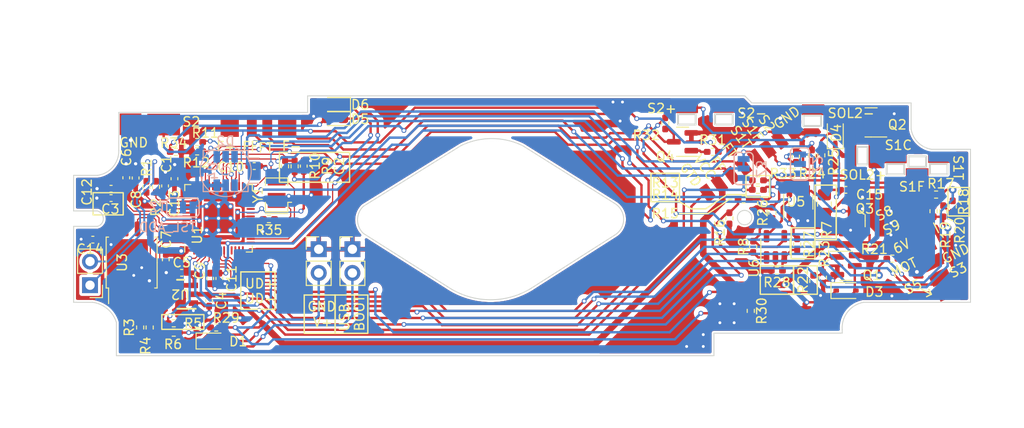
<source format=kicad_pcb>
(kicad_pcb (version 20221018) (generator pcbnew)
  (layers (0 "F.Cu" signal) (31 "B.Cu" signal) (34 "B.Paste" user) (35 "F.Paste" user) (36 "B.SilkS" user "B.Silkscreen") (37 "F.SilkS" user "F.Silkscreen") (38 "B.Mask" user) (39 "F.Mask" user) (44 "Edge.Cuts" user))
  (net 0 "")
  (net 1 "+1V1")
  (net 2 "GND")
  (net 3 "VCC")
  (net 4 "/S8")
  (net 5 "/S8-3")
  (net 6 "/S3")
  (net 7 "/S5")
  (net 8 "+3.3V")
  (net 11 "/XIN")
  (net 12 "/XOUT")
  (net 23 "Net-(U1-USB_DP)")
  (net 24 "/USB_D+")
  (net 25 "Net-(U1-USB_DM)")
  (net 26 "/USB_D-")
  (net 27 "/~{USB_BOOT}")
  (net 28 "/QSPI_SS")
  (net 29 "/QSPI_SD3")
  (net 30 "/QSPI_SCLK")
  (net 31 "/QSPI_SD0")
  (net 32 "/QSPI_SD2")
  (net 33 "/QSPI_SD1")
  (net 34 "/MOTOR")
  (net 35 "Net-(U1-GPIO5)")
  (net 36 "Net-(Q1-G)")
  (net 37 "/S9")
  (net 38 "/S9-3")
  (net 39 "/SOL2-")
  (net 40 "/SOL2_MCU")
  (net 41 "/GTD-3")
  (net 42 "/GTD-6")
  (net 43 "VBUS")
  (net 44 "/FF")
  (net 45 "/FT")
  (net 46 "/FT-3")
  (net 48 "/SCL0")
  (net 49 "/SDA0")
  (net 50 "/S1T")
  (net 51 "/S1T-3")
  (net 52 "/S2")
  (net 53 "/S1F")
  (net 54 "/S1F-3")
  (net 55 "/S1F_FPC")
  (net 56 "/SOL1-")
  (net 57 "Net-(Q2-G)")
  (net 58 "/SOL1_MCU")
  (net 59 "Net-(D2-K)")
  (net 60 "/SFH_H")
  (net 61 "Net-(U6--)")
  (net 62 "/SFH_L")
  (net 63 "Net-(U6-+)")
  (net 64 "/S4A_3")
  (net 65 "/S4B")
  (net 66 "Net-(Q4-B)")
  (net 67 "Net-(Q3-G)")
  (net 68 "/S1F_PF_MCU")
  (net 69 "Net-(D5-A)")
  (net 70 "/LED1")
  (net 71 "/LED2")
  (net 74 "Net-(U1-XOUT)")
  (footprint "Resistor_SMD:R_0402_1005Metric_Pad0.72x0.64mm_HandSolder" (layer "F.Cu") (at 48 65.3 -90)
    (fp_text reference "R10")
    (fp_text value "12k")
  )
  (footprint "Resistor_SMD:R_0402_1005Metric_Pad0.72x0.64mm_HandSolder" (layer "F.Cu") (at 46.275 70.95 180)
    (fp_text reference "R35")
    (fp_text value "1k")
  )
  (footprint "Capacitor_SMD:C_0402_1005Metric_Pad0.74x0.62mm_HandSolder" (layer "F.Cu") (at 32.025 66.55 90)
    (fp_text reference "C8")
    (fp_text value "100n")
  )
  (footprint "Resistor_SMD:R_0402_1005Metric_Pad0.72x0.64mm_HandSolder" (layer "F.Cu") (at 38.6 63.7)
    (fp_text reference "R12")
    (fp_text value "10k")
  )
  (footprint "Resistor_SMD:R_0402_1005Metric_Pad0.72x0.64mm_HandSolder" (layer "F.Cu") (at 100.584 76.454 180)
    (fp_text reference "R28")
    (fp_text value "100k")
  )
  (footprint "Resistor_SMD:R_0402_1005Metric_Pad0.72x0.64mm_HandSolder" (layer "F.Cu") (at 36.322 63.754)
    (fp_text reference "R34")
    (fp_text value "330")
  )
  (footprint "Resistor_SMD:R_0402_1005Metric_Pad0.72x0.64mm_HandSolder" (layer "F.Cu") (at 33.184 67.5 90)
    (fp_text reference "R1")
    (fp_text value "27.4")
  )
  (footprint "Package_TO_SOT_SMD:SOT-23" (layer "F.Cu") (at 108.458 71.12 90)
    (fp_text reference "Q3")
    (fp_text value "Q_PMOS_GSD")
  )
  (footprint "Resistor_SMD:R_0402_1005Metric_Pad0.72x0.64mm_HandSolder" (layer "F.Cu") (at 98.044 73.914 -90)
    (fp_text reference "R8")
    (fp_text value "100k")
  )
  (footprint "Package_TO_SOT_SMD:TSOT-23-5" (layer "F.Cu") (at 100.425 73.914 90)
    (fp_text reference "U6")
    (fp_text value "AD8603")
  )
  (footprint "Package_TO_SOT_SMD:SOT-23" (layer "F.Cu") (at 110.65 60.6 180)
    (fp_text reference "Q2")
    (fp_text value "Q_NMOS_GSD")
  )
  (footprint "Resistor_SMD:R_0402_1005Metric_Pad0.72x0.64mm_HandSolder" (layer "F.Cu") (at 105.325 64.125 90)
    (fp_text reference "R25")
    (fp_text value "100k")
  )
  (footprint "OPSX:sx70" (layer "F.Cu") (at 70 70)
    (fp_text reference "sx1" hide)
    (fp_text value "sx~")
    (fp_line (start -44.602401 -3.7338) (end -42.062401 -3.7338) (stroke (width 0.1)) (layer "Edge.Cuts"))
    (fp_line (start -44.602401 0.0762) (end -44.602401 -3.7338) (stroke (width 0.1)) (layer "Edge.Cuts"))
    (fp_line (start -44.602401 1.7272) (end -42.062401 1.7272) (stroke (width 0.1)) (layer "Edge.Cuts"))
    (fp_line (start -44.602401 9.8552) (end -44.602401 1.7272) (stroke (width 0.1)) (layer "Edge.Cuts"))
    (fp_line (start -42.570401 9.8552) (end -44.602401 9.8552) (stroke (width 0.1)) (layer "Edge.Cuts"))
    (fp_line (start -42.062401 0.0762) (end -44.602401 0.0762) (stroke (width 0.1)) (layer "Edge.Cuts"))
    (fp_line (start -40.030401 15.5702) (end -40.030401 12.0142) (stroke (width 0.1)) (layer "Edge.Cuts"))
    (fp_line (start -39.776401 -10.4648) (end -39.776401 -6.4008) (stroke (width 0.1)) (layer "Edge.Cuts"))
    (fp_line (start -39.776401 -10.4648) (end -19.583401 -10.4648) (stroke (width 0.1)) (layer "Edge.Cuts"))
    (fp_line (start -19.583401 -12.2428) (end 27.152599 -12.2428) (stroke (width 0.1)) (layer "Edge.Cuts"))
    (fp_line (start -19.583401 -10.4648) (end -19.583401 -12.2428) (stroke (width 0.1)) (layer "Edge.Cuts"))
    (fp_line (start -13.614401 -0.4318) (end -3.200401 -6.9088) (stroke (width 0.1)) (layer "Edge.Cuts"))
    (fp_line (start -13.614401 2.4892) (end -4.597401 8.2042) (stroke (width 0.1)) (layer "Edge.Cuts"))
    (fp_line (start 3.403599 -6.9088) (end 13.309599 -0.6858) (stroke (width 0.1)) (layer "Edge.Cuts"))
    (fp_line (start 13.309599 2.6162) (end 4.546599 8.2042) (stroke (width 0.1)) (layer "Edge.Cuts"))
    (fp_line (start 23.850599 13.1572) (end 23.850599 15.5702) (stroke (width 0.1)) (layer "Edge.Cuts"))
    (fp_line (start 23.850599 15.5702) (end -40.030401 15.5702) (stroke (width 0.1)) (layer "Edge.Cuts"))
    (fp_line (start 27.152599 -12.2428) (end 27.914599 -11.4808) (stroke (width 0.1)) (layer "Edge.Cuts"))
    (fp_line (start 27.914599 -11.4808) (end 44.932599 -11.4808) (stroke (width 0.1)) (layer "Edge.Cuts"))
    (fp_line (start 37.566599 12.7762) (end 37.566599 13.1572) (stroke (width 0.1)) (layer "Edge.Cuts"))
    (fp_line (start 37.566599 13.1572) (end 23.850599 13.1572) (stroke (width 0.1)) (layer "Edge.Cuts"))
    (fp_line (start 44.932599 -11.4808) (end 44.932599 -8.6868) (stroke (width 0.1)) (layer "Edge.Cuts"))
    (fp_line (start 47.091599 -6.5278) (end 51.282599 -6.5278) (stroke (width 0.1)) (layer "Edge.Cuts"))
    (fp_line (start 51.282599 -6.5278) (end 51.282599 9.8552) (stroke (width 0.1)) (layer "Edge.Cuts"))
    (fp_line (start 51.282599 9.8552) (end 39.852599 9.8552) (stroke (width 0.1)) (layer "Edge.Cuts"))
    (fp_rect (start 20.015199 -10.287) (end 21.894799 -9.1694) (stroke (width 0.2)) (fill none) (layer "Edge.Cuts"))
    (fp_rect (start 23.977599 -10.287) (end 25.857199 -9.1694) (stroke (width 0.2)) (fill none) (layer "Edge.Cuts"))
    (fp_rect (start 33.426399 -10.1346) (end 35.305999 -9.017) (stroke (width 0.2)) (fill none) (layer "Edge.Cuts"))
    (fp_rect (start 39.166799 -4.9022) (end 40.284399 -6.7818) (stroke (width 0.2)) (fill none) (layer "Edge.Cuts"))
    (fp_rect (start 42.316399 -4.953) (end 44.195999 -3.8354) (stroke (width 0.2)) (fill none) (layer "Edge.Cuts"))
    (fp_rect (start 44.653199 -5.7658) (end 46.532799 -4.6482) (stroke (width 0.2)) (fill none) (layer "Edge.Cuts"))
    (fp_rect (start 46.939199 -4.953) (end 48.818799 -3.8354) (stroke (width 0.2)) (fill none) (layer "Edge.Cuts"))
    (fp_arc (start -42.570401 9.8552) (mid -40.983915 10.562363) (end -40.030401 12.0142) (stroke (width 0.1)) (layer "Edge.Cuts"))
    (fp_arc (start -42.062401 0.0762) (mid -41.427401 0.9017) (end -42.062401 1.7272) (stroke (width 0.1)) (layer "Edge.Cuts"))
    (fp_arc (start -39.776401 -6.4008) (mid -40.406919 -4.628029) (end -42.062401 -3.7338) (stroke (width 0.1)) (layer "Edge.Cuts"))
    (fp_arc (start -13.614401 2.4892) (mid -14.249401 1.0287) (end -13.614401 -0.4318) (stroke (width 0.1)) (layer "Edge.Cuts"))
    (fp_arc (start -3.2004 -6.9088) (mid 0.101599 -7.6708) (end 3.403599 -6.9088) (stroke (width 0.1)) (layer "Edge.Cuts"))
    (fp_arc (start 4.546599 8.2042) (mid -0.025401 9.582063) (end -4.597401 8.2042) (stroke (width 0.1)) (layer "Edge.Cuts"))
    (fp_arc (start 13.309599 -0.685799) (mid 14.198599 0.9652) (end 13.309599 2.6162) (stroke (width 0.1)) (layer "Edge.Cuts"))
    (fp_arc (start 37.566599 12.7762) (mid 38.150724 10.878322) (end 39.852599 9.855201) (stroke (width 0.1)) (layer "Edge.Cuts"))
    (fp_arc (start 47.091599 -6.5278) (mid 45.664323 -7.259524) (end 44.932599 -8.6868) (stroke (width 0.1)) (layer "Edge.Cuts"))
    (fp_circle (center 27.127199 0.7874) (end 27.89971 0.7874) (stroke (width 0.1)) (fill none) (layer "Edge.Cuts"))
  )
  (footprint "Package_TO_SOT_SMD:SOT-23" (layer "F.Cu") (at 107.975 75.95)
    (fp_text reference "Q1")
    (fp_text value "Q_NMOS_GSD")
  )
  (footprint "Resistor_SMD:R_0402_1005Metric_Pad0.72x0.64mm_HandSolder" (layer "F.Cu") (at 97.028 68.834 180)
    (fp_text reference "R15")
    (fp_text value "10k")
  )
  (footprint "Connector_PinHeader_2.54mm:PinHeader_1x02_P2.54mm_Vertical" (layer "F.Cu") (at 27.15 78.025 180)
    (fp_text reference "J2" hide)
    (fp_text value "Conn_01x02")
  )
  (footprint "Package_TO_SOT_SMD:SOT-23" (layer "F.Cu") (at 90.5025 62.672 180)
    (fp_text reference "Q4")
    (fp_text value "MMBT3904")
  )
  (footprint "Capacitor_SMD:C_0402_1005Metric_Pad0.74x0.62mm_HandSolder" (layer "F.Cu") (at 107.95 67.818)
    (fp_text reference "C15")
    (fp_text value "13p")
  )
  (footprint "Capacitor_SMD:C_0402_1005Metric_Pad0.74x0.62mm_HandSolder" (layer "F.Cu") (at 39.884 79.7 -90)
    (fp_text reference "C4")
    (fp_text value "0.1u")
  )
  (footprint "Capacitor_SMD:C_0402_1005Metric_Pad0.74x0.62mm_HandSolder" (layer "F.Cu") (at 27.45 73.15 180)
    (fp_text reference "C14")
    (fp_text value "100n")
  )
  (footprint "Resistor_SMD:R_0402_1005Metric_Pad0.72x0.64mm_HandSolder" (layer "F.Cu") (at 93.726 63.754)
    (fp_text reference "R31")
    (fp_text value "5.6k")
  )
  (footprint "Resistor_SMD:R_0402_1005Metric_Pad0.72x0.64mm_HandSolder" (layer "F.Cu") (at 102.75 73.66 -90)
    (fp_text reference "R27")
    (fp_text value "1k")
  )
  (footprint "Capacitor_SMD:C_0402_1005Metric_Pad0.74x0.62mm_HandSolder" (layer "F.Cu") (at 31.025 66.525 90)
    (fp_text reference "C6")
    (fp_text value "100n")
  )
  (footprint "Resistor_SMD:R_0402_1005Metric_Pad0.72x0.64mm_HandSolder" (layer "F.Cu") (at 88.646 60.706 -90)
    (fp_text reference "R32")
    (fp_text value "47k")
  )
  (footprint "Resistor_SMD:R_0402_1005Metric_Pad0.72x0.64mm_HandSolder" (layer "F.Cu") (at 95.504 70.866 -90)
    (fp_text reference "R16")
    (fp_text value "12k")
  )
  (footprint "Resistor_SMD:R_0402_1005Metric_Pad0.72x0.64mm_HandSolder" (layer "F.Cu") (at 97.79 80.772 -90)
    (fp_text reference "R30")
    (fp_text value "150")
  )
  (footprint "Capacitor_SMD:C_0402_1005Metric_Pad0.74x0.62mm_HandSolder" (layer "F.Cu") (at 50 65.275 90)
    (fp_text reference "C2")
    (fp_text value "100n")
  )
  (footprint "Resistor_SMD:R_0402_1005Metric_Pad0.72x0.64mm_HandSolder" (layer "F.Cu") (at 36.1025 83.1 180)
    (fp_text reference "R6")
    (fp_text value "10k")
  )
  (footprint "Resistor_SMD:R_0402_1005Metric_Pad0.72x0.64mm_HandSolder" (layer "F.Cu") (at 98.552 67.818)
    (fp_text reference "R14")
    (fp_text value "12k")
  )
  (footprint "Capacitor_SMD:C_0402_1005Metric_Pad0.74x0.62mm_HandSolder" (layer "F.Cu") (at 44.704 65.278)
    (fp_text reference "C10")
    (fp_text value "100n")
  )
  (footprint "Resistor_SMD:R_0402_1005Metric_Pad0.72x0.64mm_HandSolder" (layer "F.Cu") (at 105.5 77.216 90)
    (fp_text reference "R23")
    (fp_text value "100k")
  )
  (footprint "Package_TO_SOT_SMD:TSOT-23-5" (layer "F.Cu") (at 102.87 69.088 90)
    (fp_text reference "U5")
    (fp_text value "AD8603")
  )
  (footprint "Crystal:Resonator_SMD_Murata_CSTxExxV-3Pin_3.0x1.1mm" (layer "F.Cu") (at 47.1 68.35 90)
    (fp_text reference "Y1")
    (fp_text value "Crystal_GND2")
  )
  (footprint "Diode_SMD:D_SOD-323" (layer "F.Cu") (at 106.825 61.8 90)
    (fp_text reference "D4")
    (fp_text value "1N4148WS")
  )
  (footprint "Resistor_SMD:R_0402_1005Metric_Pad0.72x0.64mm_HandSolder" (layer "F.Cu") (at 119.38 69.596 -90)
    (fp_text reference "R18")
    (fp_text value "12k")
  )
  (footprint "Resistor_SMD:R_0402_1005Metric_Pad0.72x0.64mm_HandSolder" (layer "F.Cu") (at 36.1025 82.1)
    (fp_text reference "R5")
    (fp_text value "12k")
  )
  (footprint "Resistor_SMD:R_0402_1005Metric_Pad0.72x0.64mm_HandSolder" (layer "F.Cu") (at 117.332 70.1015 -90)
    (fp_text reference "R19")
    (fp_text value "10k")
  )
  (footprint "Diode_SMD:D_0603_1608Metric_Pad1.05x0.95mm_HandSolder" (layer "F.Cu") (at 53.34 60.198 180)
    (fp_text reference "D5")
    (fp_text value "LED")
  )
  (footprint "Connector_PinHeader_2.54mm:PinHeader_1x02_P2.54mm_Vertical" (layer "F.Cu") (at 55.2 74.175)
    (fp_text reference "J1" hide)
    (fp_text value "Conn_01x02")
  )
  (footprint "Diode_SMD:D_0603_1608Metric_Pad1.05x0.95mm_HandSolder" (layer "F.Cu") (at 53.34 58.674 180)
    (fp_text reference "D6")
    (fp_text value "LED")
  )
  (footprint "Resistor_SMD:R_0402_1005Metric_Pad0.72x0.64mm_HandSolder" (layer "F.Cu") (at 49.025 65.3 90)
    (fp_text reference "R9")
    (fp_text value "10k")
  )
  (footprint "Resistor_SMD:R_0402_1005Metric_Pad0.72x0.64mm_HandSolder" (layer "F.Cu") (at 117.602 68.326)
    (fp_text reference "R17")
    (fp_text value "10k")
  )
  (footprint "Resistor_SMD:R_0402_1005Metric_Pad0.72x0.64mm_HandSolder" (layer "F.Cu") (at 100.1 70.275 -90)
    (fp_text reference "R26")
    (fp_text value "1k")
  )
  (footprint "Capacitor_SMD:C_0402_1005Metric_Pad0.74x0.62mm_HandSolder" (layer "F.Cu") (at 29.4 67.7 180)
    (fp_text reference "C12")
    (fp_text value "100n")
  )
  (footprint "Diode_SMD:D_SOD-323" (layer "F.Cu") (at 107.975 78.6)
    (fp_text reference "D3")
    (fp_text value "1N4148WS")
  )
  (footprint "Resistor_SMD:R_0402_1005Metric_Pad0.72x0.64mm_HandSolder" (layer "F.Cu") (at 102.616 64.262 -90)
    (fp_text reference "R33")
    (fp_text value "2.7k")
  )
  (footprint "Diode_SMD:D_SOD-323" (layer "F.Cu") (at 40.1 84)
    (fp_text reference "D1")
    (fp_text value "1N4148WS")
  )
  (footprint "Resistor_SMD:R_0402_1005Metric_Pad0.72x0.64mm_HandSolder" (layer "F.Cu") (at 104.325 64.15 -90)
    (fp_text reference "R24")
    (fp_text value "100")
  )
  (footprint "Package_SO:SOIC-8_5.23x5.23mm_P1.27mm" (layer "F.Cu") (at 31.6 75.6 90)
    (fp_text reference "U3")
    (fp_text value "W25Q128JVS")
  )
  (footprint "Capacitor_SMD:C_0402_1005Metric_Pad0.74x0.62mm_HandSolder" (layer "F.Cu") (at 35.25 75.3 -90)
    (fp_text reference "C7")
    (fp_text value "100n")
  )
  (footprint "Capacitor_SMD:C_0402_1005Metric_Pad0.74x0.62mm_HandSolder" (layer "F.Cu") (at 35.175 67.4 90)
    (fp_text reference "C1")
    (fp_text value "100n")
  )
  (footprint "Resistor_SMD:R_0402_1005Metric_Pad0.72x0.64mm_HandSolder" (layer "F.Cu") (at 34.2 67.5 90)
    (fp_text reference "R2")
    (fp_text value "27.4")
  )
  (footprint "Resistor_SMD:R_0805_2012Metric_Pad1.20x1.40mm_HandSolder" (layer "F.Cu") (at 105.664 69.342 -90)
    (fp_text reference "R7")
    (fp_text value "22k")
  )
  (footprint "Resistor_SMD:R_0402_1005Metric_Pad0.72x0.64mm_HandSolder" (layer "F.Cu") (at 112.9275 75.184)
    (fp_text reference "R21")
    (fp_text value "100")
  )
  (footprint "Connector_PinHeader_2.54mm:PinHeader_1x02_P2.54mm_Vertical" (layer "F.Cu") (at 51.6 74.175)
    (fp_text reference "J3" hide)
    (fp_text value "Conn_01x02")
  )
  (footprint "Resistor_SMD:R_0402_1005Metric_Pad0.72x0.64mm_HandSolder" (layer "F.Cu") (at 38.6 62.7)
    (fp_text reference "R11")
    (fp_text value "10k")
  )
  (footprint "Resistor_SMD:R_0402_1005Metric_Pad0.72x0.64mm_HandSolder" (layer "F.Cu") (at 40.64 82.55 180)
    (fp_text reference "R29")
    (fp_text value "180")
  )
  (footprint "Resistor_SMD:R_0402_1005Metric_Pad0.72x0.64mm_HandSolder" (layer "F.Cu") (at 33.528 82.55 90)
    (fp_text reference "R4")
    (fp_text value "10k")
  )
  (footprint "Resistor_SMD:R_0402_1005Metric_Pad0.72x0.64mm_HandSolder" (layer "F.Cu") (at 98.552 66.802 180)
    (fp_text reference "R13")
    (fp_text value "10k")
  )
  (footprint "Capacitor_SMD:C_0402_1005Metric_Pad0.74x0.62mm_HandSolder" (layer "F.Cu") (at 29.4 68.7 180)
    (fp_text reference "C3")
    (fp_text value "1u")
  )
  (footprint "Resistor_SMD:R_0402_1005Metric_Pad0.72x0.64mm_HandSolder" (layer "F.Cu") (at 118.364 70.104 90)
    (fp_text reference "R20")
    (fp_text value "12k")
  )
  (footprint "Capacitor_SMD:C_0402_1005Metric_Pad0.74x0.62mm_HandSolder" (layer "F.Cu") (at 40 77.3 -90)
    (fp_text reference "C9")
    (fp_text value "100n")
  )
  (footprint "Capacitor_SMD:C_0402_1005Metric_Pad0.74x0.62mm_HandSolder" (layer "F.Cu") (at 36.175 66.625 90)
    (fp_text reference "C13")
    (fp_text value "1u")
  )
  (footprint "Capacitor_SMD:C_0402_1005Metric_Pad0.74x0.62mm_HandSolder" (layer "F.Cu") (at 36.95 76.7 180)
    (fp_text reference "C5")
    (fp_text value "1u")
  )
  (footprint "RP2040_minimal:RP2040-QFN-56" (layer "F.Cu") (at 40.8875 70.8625 90)
    (fp_text reference "U1")
    (fp_text value "RP2040")
  )
  (footprint "Resistor_SMD:R_0402_1005Metric_Pad0.72x0.64mm_HandSolder" (layer "F.Cu") (at 32.512 82.55 90)
    (fp_text reference "R3")
    (fp_text value "1k")
  )
  (footprint "TI_footprints:DBV0005A_N" (layer "F.Cu") (at 36.825 78.994 180)
    (fp_text reference "U2")
    (fp_text value "TLV70430DBVR")
  )
  (footprint "Resistor_SMD:R_0402_1005Metric_Pad0.72x0.64mm_HandSolder" (layer "F.Cu") (at 104.475 77.566 90)
    (fp_text reference "R22")
    (fp_text value "100")
  )
  (footprint "Capacitor_SMD:C_0402_1005Metric_Pad0.74x0.62mm_HandSolder" (layer "F.Cu") (at 40.975 77.3 -90)
    (fp_text reference "C11")
    (fp_text value "100n")
  )
  (footprint "OptoDevice:Osram_SFH2430" (layer "B.Cu") (at 41.65 65.8 180)
    (fp_text reference "D2")
    (fp_text value "SFH2430")
  )
  (footprint "OPSX:Selector_default" (layer "B.Cu") (at 96.9772 65.5828 90)
    (fp_text reference "Z3")
    (fp_text value "~")
  )
  (footprint "OPSX:Selector_default" (layer "B.Cu") (at 103 65.1 90)
    (fp_text reference "Z2")
    (fp_text value "~")
  )
  (footprint "OPSX:TMB6-1.55-3.8X2.6MM" (layer "B.Cu") (at 41.65 65.8 90)
    (fp_text reference "U4")
    (fp_text value "OPTICAL-TSL2561T(6P-3.8X2.6MM)")
  )
  (footprint "OPSX:Selector_default" (layer "B.Cu") (at 37.0332 69.6492)
    (fp_text reference "Z1")
    (fp_text value "~")
  )
  (gr_rect (start 118.872 67.564) (end 121.158 70.612) (stroke (width 0.15)) (fill none) (layer "F.SilkS"))
  (gr_rect locked (start 43.275 76.6) (end 46.925 80.6) (stroke (width 0.15)) (fill none) (layer "F.SilkS"))
  (gr_rect (start 102.108 71.882) (end 104.648 75.184) (stroke (width 0.15)) (fill none) (layer "F.SilkS"))
  (gr_rect (start 50.05 79.075) (end 53.35 83.175) (stroke (width 0.15)) (fill none) (layer "F.SilkS"))
  (gr_line (start 91.44 69.85) (end 92.964 69.85) (stroke (width 0.15)) (layer "F.SilkS"))
  (gr_line (start 117.856 72.39) (end 117.348 71.374) (stroke (width 0.15)) (layer "F.SilkS"))
  (gr_line (start 90.17 69.088) (end 91.44 69.85) (stroke (width 0.15)) (layer "F.SilkS"))
  (gr_line (start 95.504 68.834) (end 95.758 68.834) (stroke (width 0.15)) (layer "F.SilkS"))
  (gr_line (start 116.84 78.486) (end 117.094 78.994) (stroke (width 0.15)) (layer "F.SilkS"))
  (gr_rect (start 47.4 63.8) (end 54.9 67) (stroke (width 0.15)) (fill none) (layer "F.SilkS"))
  (gr_rect (start 98.806 75.946) (end 102.362 78.994) (stroke (width 0.15)) (fill none) (layer "F.SilkS"))
  (gr_line (start 94.742 69.342) (end 95.504 68.834) (stroke (width 0.15)) (layer "F.SilkS"))
  (gr_line (start 119.38 71.12) (end 118.872 70.866) (stroke (width 0.15)) (layer "F.SilkS"))
  (gr_line (start 117.094 78.994) (end 116.586 79.248) (stroke (width 0.15)) (layer "F.SilkS"))
  (gr_rect (start 53.35 79.075) (end 56.85 83.175) (stroke (width 0.15)) (fill none) (layer "F.SilkS"))
  (gr_line (start 95.25 68.326) (end 97.282 68.326) (stroke (width 0.15)) (layer "F.SilkS"))
  (gr_rect (start 102.362 75.946) (end 104.902 78.994) (stroke (width 0.15)) (fill none) (layer "F.SilkS"))
  (gr_rect (start 27.475 68.125) (end 30.7 70.5) (stroke (width 0.15)) (fill none) (layer "F.SilkS"))
  (gr_line (start 116.078 78.486) (end 117.094 78.994) (stroke (width 0.15)) (layer "F.SilkS"))
  (gr_line (start 90.17 70.358) (end 93.218 70.358) (stroke (width 0.15)) (layer "F.SilkS"))
  (gr_rect (start 34.825 81.175) (end 39.325 82.75) (stroke (width 0.15)) (fill none) (layer "F.SilkS"))
  (gr_rect (start 104.648 67.31) (end 106.934 73.152) (stroke (width 0.15)) (fill none) (layer "F.SilkS"))
  (gr_rect (start 87.122 66.04) (end 90.17 69.088) (stroke (width 0.15)) (fill none) (layer "F.SilkS"))
  (gr_line (start 117.094 78.994) (end 116.84 78.486) (stroke (width 0.15)) (layer "F.SilkS"))
  (gr_line (start 93.218 70.358) (end 94.742 69.342) (stroke (width 0.15)) (layer "F.SilkS"))
  (gr_rect (start 97.282 66.294) (end 99.822 68.58) (stroke (width 0.15)) (fill none) (layer "F.SilkS"))
  (gr_line (start 92.964 69.85) (end 95.25 68.326) (stroke (width 0.15)) (layer "F.SilkS"))
  (gr_text "TSL_ADD" (at 38.6 72.4) (layer "B.SilkS") (effects (font (size 1 1)) (justify left bottom mirror)))
  (gr_text "V+" (at 50.9 82.6) (layer "F.SilkS") (effects (font (size 1 1)) (justify left bottom)))
  (gr_text locked "UD+\nUD-" (at 43.625 80.05) (layer "F.SilkS") (effects (font (size 1 1)) (justify left bottom)))
  (gr_text "GND" (at 30.2 63.35) (layer "F.SilkS") (effects (font (size 1 1)) (justify left bottom)))
  (gr_text "GND" (at 50.3 80.9) (layer "F.SilkS") (effects (font (size 1 1)) (justify left bottom)))
  (gr_text "USB\nBOOT" (at 56.55 83.05 90) (layer "F.SilkS") (effects (font (size 1 1)) (justify left bottom)))
  (gr_text "S2" (at 36.925 61.125) (layer "F.SilkS") (effects (font (size 1 1)) (justify left bottom)))
  (segment (start 36.035 69.06) (end 35.175 68.2) (width 0.127) (layer "F.Cu") (net 1))
  (segment (start 35.045 70.953) (end 35.045 70.745) (width 0.127) (layer "F.Cu") (net 1))
  (segment (start 37.45 69.0625) (end 37.4475 69.06) (width 0.127) (layer "F.Cu") (net 1))
  (segment (start 35.045 70.953) (end 35.1545 71.0625) (width 0.127) (layer "F.Cu") (net 1))
  (segment (start 35.175 68.2) (end 35.175 67.9675) (width 0.127) (layer "F.Cu") (net 1))
  (segment (start 37.4475 69.06) (end 36.035 69.06) (width 0.127) (layer "F.Cu") (net 1))
  (segment (start 35.045 70.745) (end 34.4 70.1) (width 0.127) (layer "F.Cu") (net 1))
  (segment (start 45.5 69.825) (end 45.0625 70.2625) (width 0.127) (layer "F.Cu") (net 1))
  (segment (start 30.4 68.7) (end 29.9675 68.7) (width 0.127) (layer "F.Cu") (net 1))
  (segment (start 31.8 70.1) (end 30.4 68.7) (width 0.127) (layer "F.Cu") (net 1))
  (segment (start 50 69.8) (end 49.7 70.1) (width 0.254) (layer "F.Cu") (net 1))
  (segment (start 35.1545 71.0625) (end 37.45 71.0625) (width 0.127) (layer "F.Cu") (net 1))
  (segment (start 50 65.8425) (end 50 69.8) (width 0.254) (layer "F.Cu") (net 1))
  (segment (start 34.4 70.1) (end 31.8 70.1) (width 0.127) (layer "F.Cu") (net 1))
  (segment (start 45.0625 70.2625) (end 44.325 70.2625) (width 0.127) (layer "F.Cu") (net 1))
  (via (at 49.7 70.1) (size 0.51) (drill 0.31) (layers "F.Cu" "B.Cu") (net 1))
  (via (at 45.5 69.825) (size 0.51) (drill 0.31) (layers "F.Cu" "B.Cu") (net 1))
  (via (at 42.942 70.223544) (size 0.51) (drill 0.31) (layers "F.Cu" "B.Cu") (net 1))
  (via (at 38.833 71.1115) (size 0.51) (drill 0.31) (layers "F.Cu" "B.Cu") (net 1))
  (via (at 35.045 70.953) (size 0.51) (drill 0.31) (layers "F.Cu" "B.Cu") (net 1))
  (segment (start 45.5 69.825) (end 45.875 70.2) (width 0.127) (layer "B.Cu") (net 1))
  (segment (start 45.5 69.825) (end 45.101456 70.223544) (width 0.127) (layer "B.Cu") (net 1))
  (segment (start 35.045 70.953) (end 38.6745 70.953) (width 0.127) (layer "B.Cu") (net 1))
  (segment (start 38.6745 70.953) (end 38.833 71.1115) (width 0.127) (layer "B.Cu") (net 1))
  (segment (start 49.6 70.2) (end 49.7 70.1) (width 0.127) (layer "B.Cu") (net 1))
  (segment (start 45.875 70.2) (end 49.6 70.2) (width 0.127) (layer "B.Cu") (net 1))
  (segment (start 45.101456 70.223544) (end 42.942 70.223544) (width 0.127) (layer "B.Cu") (net 1))
  (segment (start 45.974 65.501) (end 45.925 65.55) (width 0.254) (layer "F.Cu") (net 2))
  (segment (start 103.378 64.008) (end 103.378 65.303) (width 0.254) (layer "F.Cu") (net 2))
  (segment (start 96.291 58.991) (end 94.902 58.991) (width 0.7) (layer "F.Cu") (net 2))
  (segment (start 31.009 65.9415) (end 31.009 65.026) (width 0.254) (layer "F.Cu") (net 2))
  (segment (start 99.9775 69.8) (end 100.1 69.6775) (width 0.254) (layer "F.Cu") (net 2))
  (segment (start 105.325 65.278) (end 105.325 64.7225) (width 0.254) (layer "F.Cu") (net 2))
  (segment (start 39.116 82.55) (end 38.862 82.296) (width 0.254) (layer "F.Cu") (net 2))
  (segment (start 102.2072 61.5672) (end 103.124 62.484) (width 0.254) (layer "F.Cu") (net 2))
  (segment (start 47.25 68.5) (end 48.4 68.5) (width 0.127) (layer "F.Cu") (net 2))
  (segment (start 31.483594 62.483594) (end 31.5 62.5) (width 0.254) (layer "F.Cu") (net 2))
  (segment (start 99.822 76.962) (end 99.9865 76.7975) (width 0.254) (layer "F.Cu") (net 2))
  (segment (start 100.6 67.5) (end 99.4675 67.5) (width 0.254) (layer "F.Cu") (net 2))
  (segment (start 40.3 77.8675) (end 40.3 77.8955) (width 0.254) (layer "F.Cu") (net 2))
  (segment (start 36.7 82.1) (end 37.3 82.1) (width 0.254) (layer "F.Cu") (net 2))
  (segment (start 100.425 75.0515) (end 100.425 76.0155) (width 0.254) (layer "F.Cu") (net 2))
  (segment (start 103.7 65.625) (end 104.978 65.625) (width 0.254) (layer "F.Cu") (net 2))
  (segment (start 100.95 60.31) (end 102.2072 61.5672) (width 0.254) (layer "F.Cu") (net 2))
  (segment (start 35.325 76.7) (end 35.3 76.675) (width 0.254) (layer "F.Cu") (net 2))
  (segment (start 50.1325 64.7) (end 50.0625 64.77) (width 0.254) (layer "F.Cu") (net 2))
  (segment (start 45.625 72.275) (end 45.4 72.275) (width 0.127) (layer "F.Cu") (net 2))
  (segment (start 99.192129 69.8) (end 99.9775 69.8) (width 0.254) (layer "F.Cu") (net 2))
  (segment (start 32.025 65.9825) (end 32.025 65.026) (width 0.254) (layer "F.Cu") (net 2))
  (segment (start 47.6625 65.7) (end 48 66.0375) (width 0.127) (layer "F.Cu") (net 2))
  (segment (start 103.124 63.1565) (end 102.616 63.6645) (width 0.254) (layer "F.Cu") (net 2))
  (segment (start 45.974 65.278) (end 45.974 65.501) (width 0.254) (layer "F.Cu") (net 2))
  (segment (start 99.4675 67.5) (end 99.1495 67.818) (width 0.254) (layer "F.Cu") (net 2))
  (segment (start 100.825 67.725) (end 100.825 68.9525) (width 0.254) (layer "F.Cu") (net 2))
  (segment (start 96.9 59.6) (end 96.291 58.991) (width 0.7) (layer "F.Cu") (net 2))
  (segment (start 115.55 76.6) (end 116.562 75.588) (width 0.7) (layer "F.Cu") (net 2))
  (segment (start 103.124 62.484) (end 103.124 63.1565) (width 0.254) (layer "F.Cu") (net 2))
  (segment (start 38.200001 80.750001) (end 38.200001 79.944001) (width 0.254) (layer "F.Cu") (net 2))
  (segment (start 105.7885 77.525) (end 106.55 77.525) (width 0.254) (layer "F.Cu") (net 2))
  (segment (start 41.575 77.8675) (end 40.975 77.8675) (width 0.254) (layer "F.Cu") (net 2))
  (segment (start 102.87 70.2255) (end 102.87 71.12) (width 0.254) (layer "F.Cu") (net 2))
  (segment (start 35.25 76.625) (end 35.3 76.675) (width 0.254) (layer "F.Cu") (net 2))
  (segment (start 33.505 77.555) (end 33.505 79.2) (width 0.127) (layer "F.Cu") (net 2))
  (segment (start 47.1 68.35) (end 47.25 68.5) (width 0.127) (layer "F.Cu") (net 2))
  (segment (start 107.0375 76.9) (end 107.0375 77.0375) (width 0.254) (layer "F.Cu") (net 2))
  (segment (start 33.5 77.55) (end 33.505 77.555) (width 0.127) (layer "F.Cu") (net 2))
  (segment (start 39.044001 79.944001) (end 38.200001 79.944001) (width 0.254) (layer "F.Cu") (net 2))
  (segment (start 39.3675 80.2675) (end 39.044001 79.944001) (width 0.254) (layer "F.Cu") (net 2))
  (segment (start 100.825 68.9525) (end 100.1 69.6775) (width 0.254) (layer "F.Cu") (net 2))
  (segment (start 39.884 80.2675) (end 39.3675 80.2675) (width 0.254) (layer "F.Cu") (net 2))
  (segment (start 105.5 77.8135) (end 105.7885 77.525) (width 0.254) (layer "F.Cu") (net 2))
  (segment (start 118.364 69.5065) (end 119.051 70.1935) (width 0.25) (layer "F.Cu") (net 2))
  (segment (start 105.5 77.8135) (end 105.5 78.875) (width 0.254) (layer "F.Cu") (net 2))
  (segment (start 98.806 76.962) (end 99.822 76.962) (width 0.254) (layer "F.Cu") (net 2))
  (segment (start 26.8825 73.15) (end 26.25 73.15) (width 0.127) (layer "F.Cu") (net 2))
  (segment (start 35.25 75.8675) (end 35.25 76.625) (width 0.254) (layer "F.Cu") (net 2))
  (segment (start 28.8575 67.69) (end 27.901 67.69) (width 0.127) (layer "F.Cu") (net 2))
  (segment (start 35.209 66.7985) (end 35.209 65.9165) (width 0.254) (layer "F.Cu") (net 2))
  (segment (start 103.378 65.303) (end 103.7 65.625) (width 0.254) (layer "F.Cu") (net 2))
  (segment (start 45.974 65.278) (end 45.2715 65.278) (width 0.254) (layer "F.Cu") (net 2))
  (segment (start 45.55 72.275) (end 45.625 72.275) (width 0.127) (layer "F.Cu") (net 2))
  (segment (start 116.562 75.588) (end 117.244 75.588) (width 0.254) (layer "F.Cu") (net 2))
  (segment (start 117.862 75.588) (end 117.244 75.588) (width 0.254) (layer "F.Cu") (net 2))
  (segment (start 40.0425 82.55) (end 39.116 82.55) (width 0.254) (layer "F.Cu") (net 2))
  (segment (start 36.3825 76.7) (end 35.325 76.7) (width 0.254) (layer "F.Cu") (net 2))
  (segment (start 39.884 80.2675) (end 39.884 81) (width 0.254) (layer "F.Cu") (net 2))
  (segment (start 105.5 78.875) (end 105.25 79.125) (width 0.254) (layer "F.Cu") (net 2))
  (segment (start 103.82 70.2255) (end 103.82 71.054) (width 0.254) (layer "F.Cu") (net 2))
  (segment (start 97.725 72.375) (end 95.775 72.375) (width 0.254) (layer "F.Cu") (net 2))
  (segment (start 100.95 60.15) (end 100.95 60.31) (width 0.254) (layer "F.Cu") (net 2))
  (segment (start 44.9875 71.8625) (end 44.325 71.8625) (width 0.127) (layer "F.Cu") (net 2))
  (segment (start 107.0375 77.0375) (end 106.55 77.525) (width 0.254) (layer "F.Cu") (net 2))
  (segment (start 119.051 70.1935) (end 119.38 70.1935) (width 0.25) (layer "F.Cu") (net 2))
  (segment (start 95.504 72.104) (end 95.504 71.4635) (width 0.254) (layer "F.Cu") (net 2))
  (segment (start 98.852797 70.139332) (end 99.192129 69.8) (width 0.254) (layer "F.Cu") (net 2))
  (segment (start 95.775 72.375) (end 95.504 72.104) (width 0.254) (layer "F.Cu") (net 2))
  (segment (start 111.5875 59.65) (end 113.1 59.65) (width 0.254) (layer "F.Cu") (net 2))
  (segment (start 26.25 73.15) (end 26.2 73.1) (width 0.127) (layer "F.Cu") (net 2))
  (segment (start 102.616 63.6645) (end 103.0345 63.6645) (width 0.254) (layer "F.Cu") (net 2))
  (segment (start 113.1 59.65) (end 113.125 59.675) (width 0.254) (layer "F.Cu") (net 2))
  (segment (start 36.2 66.1325) (end 36.2 65.1165) (width 0.254) (layer "F.Cu") (net 2))
  (segment (start 100.6 67.5) (end 100.825 67.725) (width 0.254) (layer "F.Cu") (net 2))
  (segment (start 98.852797 71.247203) (end 97.725 72.375) (width 0.254) (layer "F.Cu") (net 2))
  (segment (start 99.9865 76.7975) (end 99.9865 76.454) (width 0.254) (layer "F.Cu") (net 2))
  (segment (start 104.978 65.625) (end 105.325 65.278) (width 0.254) (layer "F.Cu") (net 2))
  (segment (start 119.7 73.75) (end 117.862 75.588) (width 0.7) (layer "F.Cu") (net 2))
  (segment (start 27.876 68.7) (end 28.8425 68.7) (width 0.127) (layer "F.Cu") (net 2))
  (segment (start 103.0345 63.6645) (end 103.378 64.008) (width 0.254) (layer "F.Cu") (net 2))
  (segment (start 40 77.8955) (end 40.5 78.3955) (width 0.254) (layer "F.Cu") (net 2))
  (segment (start 50 64.7075) (end 50 64.8325) (width 0.254) (layer "F.Cu") (net 2))
  (segment (start 31.483594 60.801428) (end 31.483594 62.483594) (width 0.254) (layer "F.Cu") (net 2))
  (segment (start 45.4 72.275) (end 44.9875 71.8625) (width 0.127) (layer "F.Cu") (net 2))
  (segment (start 103.82 71.054) (end 103.886 71.12) (width 0.254) (layer "F.Cu") (net 2))
  (segment (start 47.3 65.7) (end 47.6625 65.7) (width 0.127) (layer "F.Cu") (net 2))
  (segment (start 50.73 64.7) (end 50.1325 64.7) (width 0.254) (layer "F.Cu") (net 2))
  (segment (start 98.852797 70.139332) (end 98.852797 71.247203) (width 0.254) (layer "F.Cu") (net 2))
  (segment (start 100.425 76.0155) (end 99.9865 76.454) (width 0.254) (layer "F.Cu") (net 2))
  (via (at 112.875 79.175) (size 0.51) (drill 0.31) (layers "F.Cu" "B.Cu") (net 2))
  (via (at 92.71 83.312) (size 0.51) (drill 0.31) (layers "F.Cu" "B.Cu") (net 2))
  (via (at 113.125 59.675) (size 0.51) (drill 0.31) (layers "F.Cu" "B.Cu") (net 2))
  (via (at 38.862 82.296) (size 0.51) (drill 0.31) (layers "F.Cu" "B.Cu") (net 2))
  (via (at 112.776 72.644) (size 0.51) (drill 0.31) (layers "F.Cu" "B.Cu") (net 2))
  (via (at 45.925 65.55) (size 0.51) (drill 0.31) (layers "F.Cu" "B.Cu") (net 2))
  (via (at 50.73 64.7) (size 0.51) (drill 0.31) (layers "F.Cu" "B.Cu") (net 2))
  (via (at 100.6 67.5) (size 0.51) (drill 0.31) (layers "F.Cu" "B.Cu") (net 2))
  (via (at 98.806 76.962) (size 0.51) (drill 0.31) (layers "F.Cu" "B.Cu") (net 2))
  (via (at 38.200001 80.750001) (size 0.51) (drill 0.31) (layers "F.Cu" "B.Cu") (net 2))
  (via (at 106.55 77.525) (size 0.51) (drill 0.31) (layers "F.Cu" "B.Cu") (net 2))
  (via (at 119.7 73.75) (size 0.51) (drill 0.31) (layers "F.Cu" "B.Cu") (net 2))
  (via (at 50.8 68.3815) (size 0.51) (drill 0.31) (layers "F.Cu" "B.Cu") (net 2))
  (via (at 48.4 68.5) (size 0.51) (drill 0.31) (layers "F.Cu" "B.Cu") (net 2))
  (via (at 105.25 79.125) (size 0.51) (drill 0.31) (layers "F.Cu" "B.Cu") (net 2))
  (via (at 112.776 70.104) (size 0.51) (drill 0.31) (layers "F.Cu" "B.Cu") (net 2))
  (via (at 51.054 59.944) (size 0.51) (drill 0.31) (layers "F.Cu" "B.Cu") (net 2))
  (via (at 103.886 71.12) (size 0.51) (drill 0.31) (layers "F.Cu" "B.Cu") (net 2))
  (via (at 41.575 77.8675) (size 0.51) (drill 0.31) (layers "F.Cu" "B.Cu") (net 2))
  (via (at 35.3 76.675) (size 0.6) (drill 0.35) (layers "F.Cu" "B.Cu") (net 2))
  (via (at 109.728 69.85) (size 0.51) (drill 0.31) (layers "F.Cu" "B.Cu") (net 2))
  (via (at 108.458 72.136) (size 0.51) (drill 0.31) (layers "F.Cu" "B.Cu") (net 2))
  (via (at 84.074 58.42) (size 0.51) (drill 0.31) (layers "F.Cu" "B.Cu") (net 2))
  (via (at 83.82 60.452) (size 0.51) (drill 0.31) (layers "F.Cu" "B.Cu") (net 2))
  (via (at 94.488 82.042) (size 0.51) (drill 0.31) (layers "F.Cu" "B.Cu") (net 2))
  (via (at 31.009 65.026) (size 0.6) (drill 0.35) (layers "F.Cu" "B.Cu") (net 2))
  (via (at 112.776 71.374) (size 0.51) (drill 0.31) (layers "F.Cu" "B.Cu") (net 2))
  (via (at 83.058 58.42) (size 0.51) (drill 0.31) (layers "F.Cu" "B.Cu") (net 2))
  (via (at 92.71 84.582) (size 0.51) (drill 0.31) (layers "F.Cu" "B.Cu") (net 2))
  (via (at 26.2 73.1) (size 0.51) (drill 0.31) (layers "F.Cu" "B.Cu") (net 2))
  (via (at 33.5 77.55) (size 0.6) (drill 0.35) (layers "F.Cu" "B.Cu") (net 2))
  (via (at 31.825 76.975) (size 0.51) (drill 0.31) (layers "F.Cu" "B.Cu") (net 2))
  (via (at 43.18 81.534) (size 0.51) (drill 0.31) (layers "F.Cu" "B.Cu") (net 2))
  (via (at 45.625 72.275) (size 0.51) (drill 0.31) (layers "F.Cu" "B.Cu") (net 2))
  (via (at 36.2 65.1165) (size 0.6) (drill 0.35) (layers "F.Cu" "B.Cu") (net 2))
  (via (at 105.325 65.278) (size 0.51) (drill 0.31) (layers "F.Cu" "B.Cu") (net 2))
  (via (at 37.3 82.1) (size 0.51) (drill 0.31) (layers "F.Cu" "B.Cu") (net 2))
  (via (at 29.4 73.675) (size 0.51) (drill 0.31) (layers "F.Cu" "B.Cu") (net 2))
  (via (at 102.87 71.12) (size 0.51) (drill 0.31) (layers "F.Cu" "B.Cu") (net 2))
  (via (at 32.025 65.026) (size 0.6) (drill 0.35) (layers "F.Cu" "B.Cu") (net 2))
  (via (at 27.901 67.69) (size 0.6) (drill 0.35) (layers "F.Cu" "B.Cu") (net 2))
  (via (at 94.488 80.01) (size 0.51) (drill 0.31) (layers "F.Cu" "B.Cu") (net 2))
  (via (at 27.876 68.7) (size 0.6) (drill 0.35) (layers "F.Cu" "B.Cu") (net 2))
  (via (at 31.5 62.5) (size 0.8) (drill 0.4) (layers "F.Cu" "B.Cu") (net 2))
  (via (at 35.209 65.9165) (size 0.6) (drill 0.35) (layers "F.Cu" "B.Cu") (net 2))
  (via (at 100.95 60.15) (size 0.8) (drill 0.4) (layers "F.Cu" "B.Cu") (net 2))
  (via (at 47.3 65.7) (size 0.51) (drill 0.31) (layers "F.Cu" "B.Cu") (net 2))
  (via (at 32.675 76.15) (size 0.51) (drill 0.31) (layers "F.Cu" "B.Cu") (net 2))
  (via (at 109.728 68.58) (size 0.51) (drill 0.31) (layers "F.Cu" "B.Cu") (net 2))
  (via (at 39.884 81) (size 0.6) (drill 0.35) (layers "F.Cu" "B.Cu") (net 2))
  (via (at 96.012 80.01) (size 0.51) (drill 0.31) (layers "F.Cu" "B.Cu") (net 2))
  (via (at 98.852797 70.139332) (size 0.51) (drill 0.31) (layers "F.Cu" "B.Cu") (net 2))
  (via (at 96.012 82.042) (size 0.51) (drill 0.31) (layers "F.Cu" "B.Cu") (net 2))
  (via (at 115.55 76.6) (size 0.8) (drill 0.4) (layers "F.Cu" "B.Cu") (net 2))
  (via (at 90.932 84.582) (size 0.51) (drill 0.31) (layers "F.Cu" "B.Cu") (net 2))
  (via (at 96.9 59.6) (size 0.51) (drill 0.31) (layers "F.Cu" "B.Cu") (net 2))
  (via (at 40.5 78.3955) (size 0.51) (drill 0.31) (layers "F.Cu" "B.Cu") (net 2))
  (segment (start 50.73 64.7) (end 49.73 65.7) (width 0.254) (layer "B.Cu") (net 2))
  (segment (start 39.6125 69.5875) (end 39.0125 69.5875) (width 0.254) (layer "B.Cu") (net 2))
  (segment (start 39.6125 70.8625) (end 40.8875 70.8625) (width 0.254) (layer "B.Cu") (net 2))
  (segment (start 40.8875 70.8625) (end 40.8875 72.1375) (width 0.254) (layer "B.Cu") (net 2))
  (segment (start 40.8875 69.5875) (end 40.8875 70.8625) (width 0.254) (layer "B.Cu") (net 2))
  (segment (start 37.4 68.5) (end 37.084 68.816) (width 0.254) (layer "B.Cu") (net 2))
  (segment (start 37.084 68.816) (end 37.084 69.7) (width 0.254) (layer "B.Cu") (net 2))
  (segment (start 39.0125 69.5875) (end 38.875 69.725) (width 0.254) (layer "B.Cu") (net 2))
  (segment (start 50.6815 68.5) (end 50.8 68.3815) (width 0.254) (layer "B.Cu") (net 2))
  (segment (start 41.3 68.5) (end 37.4 68.5) (width 0.254) (layer "B.Cu") (net 2))
  (segment (start 40.8875 70.8625) (end 42.1625 70.8625) (width 0.254) (layer "B.Cu") (net 2))
  (segment (start 41.65 68.15) (end 41.3 68.5) (width 0.254) (layer "B.Cu") (net 2))
  (segment (start 38.1 69.7) (end 37.084 69.7) (width 0.254) (layer "B.Cu") (net 2))
  (segment (start 41.65 67.35) (end 41.65 68.15) (width 0.254) (layer "B.Cu") (net 2))
  (segment (start 38.125 69.725) (end 38.1 69.7) (width 0.254) (layer "B.Cu") (net 2))
  (segment (start 38.875 69.725) (end 38.125 69.725) (width 0.254) (layer "B.Cu") (net 2))
  (segment (start 49.73 65.7) (end 47.3 65.7) (width 0.254) (layer "B.Cu") (net 2))
  (segment (start 48.4 68.5) (end 50.6815 68.5) (width 0.254) (layer "B.Cu") (net 2))
  (segment (start 46.075 65.7) (end 47.3 65.7) (width 0.254) (layer "B.Cu") (net 2))
  (segment (start 45.925 65.55) (end 46.075 65.7) (width 0.254) (layer "B.Cu") (net 2))
  (segment (start 92.71 72.644) (end 92.71 71.12) (width 0.7) (layer "F.Cu") (net 3))
  (segment (start 47.778 84.328) (end 45.6 82.15) (width 0.7) (layer "F.Cu") (net 3))
  (segment (start 92.71 74.676) (end 92.71 72.644) (width 0.7) (layer "F.Cu") (net 3))
  (segment (start 106.825 62.85) (end 106.825 63.35) (width 0.508) (layer "F.Cu") (net 3))
  (segment (start 114.491922 73.66) (end 115.709701 72.442221) (width 0.7) (layer "F.Cu") (net 3))
  (segment (start 39.884 79.1325) (end 39.7515 79) (width 0.254) (layer "F.Cu") (net 3))
  (segment (start 110.49 72.644) (end 109.9035 72.0575) (width 0.254) (layer "F.Cu") (net 3))
  (segment (start 45.6 82.15) (end 45.2 82.55) (width 0.254) (layer "F.Cu") (net 3))
  (segment (start 45.2 82.55) (end 44.196 82.55) (width 0.254) (layer "F.Cu") (net 3))
  (segment (start 109.9035 72.0575) (end 109.408 72.0575) (width 0.254) (layer "F.Cu") (net 3))
  (segment (start 94.742 67.511302) (end 94.440636 67.209938) (width 0.7) (layer "F.Cu") (net 3))
  (segment (start 103.775 79.85) (end 103.5788 80.0462) (width 0.508) (layer "F.Cu") (net 3))
  (segment (start 39.884 79.1325) (end 39.7455 78.994) (width 0.5) (layer "F.Cu") (net 3))
  (segment (start 110.49 73.66) (end 110.49 72.644) (width 0.254) (layer "F.Cu") (net 3))
  (segment (start 45.6 82.15) (end 42.55 79.1) (width 0.5) (layer "F.Cu") (net 3))
  (segment (start 94.742 69.088) (end 94.742 67.511302) (width 0.7) (layer "F.Cu") (net 3))
  (segment (start 42.55 79.1) (end 39.9165 79.1) (width 0.5) (layer "F.Cu") (net 3))
  (segment (start 105.675 79.85) (end 106.925 78.6) (width 0.254) (layer "F.Cu") (net 3))
  (segment (start 107.623 64.148) (end 108.502281 64.148) (width 0.508) (layer "F.Cu") (net 3))
  (segment (start 88.646 66.294) (end 93.524698 66.294) (width 0.254) (layer "F.Cu") (net 3))
  (segment (start 105.664 73.66) (end 110.49 73.66) (width 0.7) (layer "F.Cu") (net 3))
  (segment (start 101.346 77.978) (end 105.664 73.66) (width 0.7) (layer "F.Cu") (net 3))
  (segment (start 103.5788 80.0462) (end 103.5788 81.5316) (width 0.508) (layer "F.Cu") (net 3))
  (segment (start 96.012 77.978) (end 92.71 74.676) (width 0.7) (layer "F.Cu") (net 3))
  (segment (start 39.738 83.312) (end 39.05 84) (width 0.254) (layer "F.Cu") (net 3))
  (segment (start 103.775 79.85) (end 105.675 79.85) (width 0.254) (layer "F.Cu") (net 3))
  (segment (start 92.71 72.644) (end 92.71 72.76) (width 0.7) (layer "F.Cu") (net 3))
  (segment (start 113.1 64.242963) (end 113.250918 64.393881) (width 0.508) (layer "F.Cu") (net 3))
  (segment (start 81.142 84.328) (end 47.778 84.328) (width 0.7) (layer "F.Cu") (net 3))
  (segment (start 39.7455 78.994) (end 38.5 78.994) (width 0.5) (layer "F.Cu") (net 3))
  (segment (start 86.329817 63.530183) (end 86.329817 63.977817) (width 0.254) (layer "F.Cu") (net 3))
  (segment (start 106.825 63.35) (end 107.623 64.148) (width 0.508) (layer "F.Cu") (net 3))
  (segment (start 43.434 83.312) (end 39.738 83.312) (width 0.254) (layer "F.Cu") (net 3))
  (segment (start 87.83925 60.91525) (end 88.646 60.1085) (width 0.254) (layer "F.Cu") (net 3))
  (segment (start 110.9594 65.6844) (end 110.9594 64.148) (width 0.508) (layer "F.Cu") (net 3))
  (segment (start 92.71 71.12) (end 94.742 69.088) (width 0.7) (layer "F.Cu") (net 3))
  (segment (start 86.329817 63.977817) (end 88.646 66.294) (width 0.254) (layer "F.Cu") (net 3))
  (segment (start 101.346 77.978) (end 96.012 77.978) (width 0.7) (layer "F.Cu") (net 3))
  (segment (start 93.524698 66.294) (end 94.440636 67.209938) (width 0.254) (layer "F.Cu") (net 3))
  (segment (start 110.49 73.66) (end 114.491922 73.66) (width 0.7) (layer "F.Cu") (net 3))
  (segment (start 44.196 82.55) (end 43.434 83.312) (width 0.254) (layer "F.Cu") (net 3))
  (segment (start 92.71 72.76) (end 81.142 84.328) (width 0.7) (layer "F.Cu") (net 3))
  (via (at 103.775 79.85) (size 0.51) (drill 0.31) (layers "F.Cu" "B.Cu") (net 3))
  (via (at 101.346 77.978) (size 0.51) (drill 0.31) (layers "F.Cu" "B.Cu") (net 3))
  (via (at 110.9594 65.6844) (size 0.51) (drill 0.31) (layers "F.Cu" "B.Cu") (net 3))
  (via (at 87.83925 60.91525) (size 0.51) (drill 0.31) (layers "F.Cu" "B.Cu") (net 3))
  (via (at 110.49 73.66) (size 0.51) (drill 0.31) (layers "F.Cu" "B.Cu") (net 3))
  (via (at 86.329817 63.530183) (size 0.51) (drill 0.31) (layers "F.Cu" "B.Cu") (net 3))
  (segment (start 87.83925 60.91525) (end 86.329817 62.424683) (width 0.254) (layer "B.Cu") (net 3))
  (segment (start 86.329817 62.424683) (end 86.329817 63.530183) (width 0.254) (layer "B.Cu") (net 3))
  (segment (start 111.3 66.025) (end 111.3 72.85) (width 0.508) (layer "B.Cu") (net 3))
  (segment (start 103.775 79.85) (end 101.903 77.978) (width 0.508) (layer "B.Cu") (net 3))
  (segment (start 101.903 77.978) (end 101.346 77.978) (width 0.508) (layer "B.Cu") (net 3))
  (segment (start 111.3 72.85) (end 110.49 73.66) (width 0.508) (layer "B.Cu") (net 3))
  (segment (start 110.9594 65.6844) (end 111.3 66.025) (width 0.508) (layer "B.Cu") (net 3))
  (segment (start 115.824 68.326) (end 114.853558 69.296442) (width 0.25) (layer "F.Cu") (net 4))
  (segment (start 114.853558 69.296442) (end 114.175402 69.296442) (width 0.25) (layer "F.Cu") (net 4))
  (segment (start 117.0045 68.326) (end 115.824 68.326) (width 0.25) (layer "F.Cu") (net 4))
  (segment (start 41.775 76.075) (end 40.775 76.075) (width 0.127) (layer "F.Cu") (net 5))
  (segment (start 42.2 76.5) (end 41.775 76.075) (width 0.127) (layer "F.Cu") (net 5))
  (segment (start 119.38 67.818) (end 118.7075 67.818) (width 0.25) (layer "F.Cu") (net 5))
  (segment (start 46.9 78.575) (end 46.8595 78.5345) (width 0.127) (layer "F.Cu") (net 5))
  (segment (start 46.8595 78.5345) (end 45.0595 78.5345) (width 0.127) (layer "F.Cu") (net 5))
  (segment (start 49.097 80.772) (end 46.9 78.575) (width 0.254) (layer "F.Cu") (net 5))
  (segment (start 61.976 80.772) (end 49.097 80.772) (width 0.254) (layer "F.Cu") (net 5))
  (segment (start 44.402 77.877) (end 42.752 77.877) (width 0.127) (layer "F.Cu") (net 5))
  (segment (start 40.775 76.075) (end 40.2875 75.5875) (width 0.127) (layer "F.Cu") (net 5))
  (segment (start 42.752 77.877) (end 42.2 77.325) (width 0.127) (layer "F.Cu") (net 5))
  (segment (start 119.38 67.818) (end 119.38 68.9985) (width 0.25) (layer "F.Cu") (net 5))
  (segment (start 42.2 77.325) (end 42.2 76.5) (width 0.127) (layer "F.Cu") (net 5))
  (segment (start 118.7075 67.818) (end 118.1995 68.326) (width 0.25) (layer "F.Cu") (net 5))
  (segment (start 62.103 80.899) (end 61.976 80.772) (width 0.254) (layer "F.Cu") (net 5))
  (segment (start 40.2875 75.5875) (end 40.2875 74.3) (width 0.127) (layer "F.Cu") (net 5))
  (segment (start 45.0595 78.5345) (end 44.402 77.877) (width 0.127) (layer "F.Cu") (net 5))
  (via (at 119.38 67.818) (size 0.8) (drill 0.4) (layers "F.Cu" "B.Cu") (net 5))
  (via (at 62.103 80.899) (size 0.51) (drill 0.31) (layers "F.Cu" "B.Cu") (net 5))
  (segment (start 116.332 77.724) (end 118.11 75.946) (width 0.25) (layer "B.Cu") (net 5))
  (segment (start 93.412 75.438) (end 105.664 75.438) (width 0.254) (layer "B.Cu") (net 5))
  (segment (start 105.664 75.438) (end 107.95 77.724) (width 0.25) (layer "B.Cu") (net 5))
  (segment (start 62.103 80.899) (end 62.23 80.772) (width 0.254) (layer "B.Cu") (net 5))
  (segment (start 118.11 75.946) (end 118.11 70.104) (width 0.25) (layer "B.Cu") (net 5))
  (segment (start 118.11 70.104) (end 119.38 68.834) (width 0.25) (layer "B.Cu") (net 5))
  (segment (start 88.078 80.772) (end 93.412 75.438) (width 0.254) (layer "B.Cu") (net 5))
  (segment (start 119.38 68.834) (end 119.38 67.818) (width 0.25) (layer "B.Cu") (net 5))
  (segment (start 62.23 80.772) (end 88.078 80.772) (width 0.254) (layer "B.Cu") (net 5))
  (segment (start 107.95 77.724) (end 116.332 77.724) (width 0.25) (layer "B.Cu") (net 5))
  (segment (start 50.273 79.248) (end 48.325 77.3) (width 0.254) (layer "F.Cu") (net 6))
  (segment (start 78.933634 80.772) (end 65.278 80.772) (width 0.254) (layer "F.Cu") (net 6))
  (segment (start 48.325 77.3) (end 45.525 77.3) (width 0.127) (layer "F.Cu") (net 6))
  (segment (start 41.594 75.069) (end 41.4875 74.9625) (width 0.127) (layer "F.Cu") (net 6))
  (segment (start 79.979817 79.725817) (end 78.933634 80.772) (width 0.254) (layer "F.Cu") (net 6))
  (segment (start 45.121 76.896) (end 43.371 76.896) (width 0.127) (layer "F.Cu") (net 6))
  (segment (start 43.204 76.116656) (end 42.156344 75.069) (width 0.127) (layer "F.Cu") (net 6))
  (segment (start 115.025 77.95) (end 117.222039 77.95) (width 0.254) (layer "F.Cu") (net 6))
  (segment (start 43.204 76.729) (end 43.204 76.116656) (width 0.127) (layer "F.Cu") (net 6))
  (segment (start 63.754 79.248) (end 50.273 79.248) (width 0.254) (layer "F.Cu") (net 6))
  (segment (start 42.156344 75.069) (end 41.594 75.069) (width 0.127) (layer "F.Cu") (net 6))
  (segment (start 113.9145 76.8395) (end 115.025 77.95) (width 0.254) (layer "F.Cu") (net 6))
  (segment (start 65.278 80.772) (end 63.754 79.248) (width 0.254) (layer "F.Cu") (net 6))
  (segment (start 41.4875 74.9625) (end 41.4875 74.3) (width 0.127) (layer "F.Cu") (net 6))
  (segment (start 117.222039 77.95) (end 118.011149 77.16089) (width 0.254) (layer "F.Cu") (net 6))
  (segment (start 45.525 77.3) (end 45.121 76.896) (width 0.127) (layer "F.Cu") (net 6))
  (segment (start 43.371 76.896) (end 43.204 76.729) (width 0.127) (layer "F.Cu") (net 6))
  (via (at 79.979817 79.725817) (size 0.51) (drill 0.31) (layers "F.Cu" "B.Cu") (net 6))
  (via (at 113.9145 76.8395) (size 0.51) (drill 0.31) (layers "F.Cu" "B.Cu") (net 6))
  (segment (start 79.979817 79.725817) (end 80.965634 78.74) (width 0.254) (layer "B.Cu") (net 6))
  (segment (start 112.513 75.438) (end 113.9145 76.8395) (width 0.254) (layer "B.Cu") (net 6))
  (segment (start 86.868 78.74) (end 92.456 73.152) (width 0.254) (layer "B.Cu") (net 6))
  (segment (start 109.474 75.438) (end 112.513 75.438) (width 0.254) (layer "B.Cu") (net 6))
  (segment (start 92.456 73.152) (end 107.188 73.152) (width 0.254) (layer "B.Cu") (net 6))
  (segment (start 107.188 73.152) (end 109.474 75.438) (width 0.254) (layer "B.Cu") (net 6))
  (segment (start 80.965634 78.74) (end 86.868 78.74) (width 0.254) (layer "B.Cu") (net 6))
  (segment (start 49.906 79.756) (end 47.877 77.727) (width 0.254) (layer "F.Cu") (net 7))
  (segment (start 81.026 79.502) (end 78.994 81.534) (width 0.254) (layer "F.Cu") (net 7))
  (segment (start 42.020896 75.396) (end 41.271 75.396) (width 0.127) (layer "F.Cu") (net 7))
  (segment (start 117.310322 78.8) (end 117.376543 78.733779) (width 0.254) (layer "F.Cu") (net 7))
  (segment (start 42.877 76.252104) (end 42.020896 75.396) (width 0.127) (layer "F.Cu") (net 7))
  (segment (start 41.0875 75.2125) (end 41.0875 74.3) (width 0.127) (layer "F.Cu") (net 7))
  (segment (start 65.024 81.534) (end 63.246 79.756) (width 0.254) (layer "F.Cu") (net 7))
  (segment (start 42.877 77.052) (end 42.877 76.252104) (width 0.127) (layer "F.Cu") (net 7))
  (segment (start 115.025 78.8) (end 117.310322 78.8) (width 0.254) (layer "F.Cu") (net 7))
  (segment (start 45.402 77.727) (end 44.898 77.223) (width 0.127) (layer "F.Cu") (net 7))
  (segment (start 41.271 75.396) (end 41.0875 75.2125) (width 0.127) (layer "F.Cu") (net 7))
  (segment (start 47.877 77.727) (end 45.402 77.727) (width 0.127) (layer "F.Cu") (net 7))
  (segment (start 112.9815 76.7565) (end 115.025 78.8) (width 0.254) (layer "F.Cu") (net 7))
  (segment (start 117.376543 78.733779) (end 118.778299 78.733779) (width 0.254) (layer "F.Cu") (net 7))
  (segment (start 44.898 77.223) (end 43.048 77.223) (width 0.127) (layer "F.Cu") (net 7))
  (segment (start 63.246 79.756) (end 49.906 79.756) (width 0.254) (layer "F.Cu") (net 7))
  (segment (start 78.994 81.534) (end 65.024 81.534) (width 0.254) (layer "F.Cu") (net 7))
  (segment (start 43.048 77.223) (end 42.877 77.052) (width 0.127) (layer "F.Cu") (net 7))
  (via (at 81.026 79.502) (size 0.51) (drill 0.31) (layers "F.Cu" "B.Cu") (net 7))
  (via (at 112.9815 76.7565) (size 0.51) (drill 0.31) (layers "F.Cu" "B.Cu") (net 7))
  (segment (start 81.026 79.502) (end 81.28 79.248) (width 0.254) (layer "B.Cu") (net 7))
  (segment (start 112.933427 76.7565) (end 112.9815 76.7565) (width 0.254) (layer "B.Cu") (net 7))
  (segment (start 106.68 73.914) (end 108.966 76.2) (width 0.254) (layer "B.Cu") (net 7))
  (segment (start 87.503 79.248) (end 92.837 73.914) (width 0.254) (layer "B.Cu") (net 7))
  (segment (start 81.28 79.248) (end 87.503 79.248) (width 0.254) (layer "B.Cu") (net 7))
  (segment (start 92.837 73.914) (end 106.68 73.914) (width 0.254) (layer "B.Cu") (net 7))
  (segment (start 108.966 76.2) (end 112.376927 76.2) (width 0.254) (layer "B.Cu") (net 7))
  (segment (start 112.376927 76.2) (end 112.933427 76.7565) (width 0.254) (layer "B.Cu") (net 7))
  (segment (start 36.9 74.3625) (end 36.9 75.994401) (width 0.5) (layer "F.Cu") (net 8))
  (segment (start 36.223996 68.276004) (end 36.147992 68.2) (width 0.254) (layer "F.Cu") (net 8))
  (segment (start 29.695 72.005) (end 28.55 73.15) (width 0.25) (layer "F.Cu") (net 8))
  (segment (start 101.92 68.855) (end 101.1 69.675) (width 0.254) (layer "F.Cu") (net 8))
  (segment (start 41.735162 66.535162) (end 41.735162 65.198838) (width 0.127) (layer "F.Cu") (net 8))
  (segment (start 37.5175 76.611901) (end 37.5175 76.7) (width 0.5) (layer "F.Cu") (net 8))
  (segment (start 38.2325 77.3325) (end 37.6 76.7) (width 0.254) (layer "F.Cu") (net 8))
  (segment (start 41.8875 67.425) (end 41.8875 66.6875) (width 0.127) (layer "F.Cu") (net 8))
  (segment (start 41.851044 73.548956) (end 41.887705 73.548956) (width 0.127) (layer "F.Cu") (net 8))
  (segment (start 39.4105 61.1735) (end 42.0854 61.1735) (width 0.508) (layer "F.Cu") (net 8))
  (segment (start 36.2 67.2675) (end 36.2 68.252008) (width 0.254) (layer "F.Cu") (net 8))
  (segment (start 38.2875 74.3) (end 38.2875 73.4125) (width 0.127) (layer "F.Cu") (net 8))
  (segment (start 37.4375 70.65) (end 37.45 70.6625) (width 0.127) (layer "F.Cu") (net 8))
  (segment (start 35.6825 74.3) (end 35.25 74.7325) (width 0.254) (layer "F.Cu") (net 8))
  (segment (start 101.1 69.675) (end 101.1 71.125) (width 0.254) (layer "F.Cu") (net 8))
  (segment (start 35.7 70.65) (end 37.4375 70.65) (width 0.127) (layer "F.Cu") (net 8))
  (segment (start 38.2875 73.4125) (end 38.3 73.4) (width 0.127) (layer "F.Cu") (net 8))
  (segment (start 44.325 70.6625) (end 43.5625 70.6625) (width 0.127) (layer "F.Cu") (net 8))
  (segment (start 38.200001 78.044002) (end 38.2325 78.011503) (width 0.254) (layer "F.Cu") (net 8))
  (segment (start 41.91 65.024) (end 42.44673 65.024) (width 0.127) (layer "F.Cu") (net 8))
  (segment (start 36.2 68.252008) (end 36.223996 68.276004) (width 0.254) (layer "F.Cu") (net 8))
  (segment (start 29.695 72) (end 29.695 72.005) (width 0.25) (layer "F.Cu") (net 8))
  (segment (start 36.223996 68.276004) (end 36.583492 68.6355) (width 0.254) (layer "F.Cu") (net 8))
  (segment (start 35.321 70.271) (end 35.7 70.65) (width 0.127) (layer "F.Cu") (net 8))
  (segment (start 41.6675 76.7325) (end 40.975 76.7325) (width 0.254) (layer "F.Cu") (net 8))
  (segment (start 38.2425 77.3325) (end 38.3925 77.3325) (width 0.254) (layer "F.Cu") (net 8))
  (segment (start 33 69.039545) (end 32.15 68.189545) (width 0.254) (layer "F.Cu") (net 8))
  (segment (start 32.1945 69.6945) (end 30.2 67.7) (width 0.254) (layer "F.Cu") (net 8))
  (segment (start 43.872 65.0135) (end 44.1365 65.278) (width 0.127) (layer "F.Cu") (net 8))
  (segment (start 32.15 68.189545) (end 32.15 67.2425) (width 0.254) (layer "F.Cu") (net 8))
  (segment (start 38.2605 74.3) (end 35.6825 74.3) (width 0.254) (layer "F.Cu") (net 8))
  (segment (start 42.45723 65.0135) (end 43.872 65.0135) (width 0.127) (layer "F.Cu") (net 8))
  (segment (start 38.0025 62.5815) (end 39.4105 61.1735) (width 0.508) (layer "F.Cu") (net 8))
  (segment (start 38.2325 77.3325) (end 38.2425 77.3325) (width 0.254) (layer "F.Cu") (net 8))
  (segment (start 31.025 67.0925) (end 30.2825 67.0925) (width 0.254) (layer "F.Cu") (net 8))
  (segment (start 41.8875 66.6875) (end 41.735162 66.535162) (width 0.127) (layer "F.Cu") (net 8))
  (segment (start 37.45 70.2625) (end 35.3295 70.2625) (width 0.127) (layer "F.Cu") (net 8))
  (segment (start 35.3295 70.2625) (end 35.321 70.271) (width 0.127) (layer "F.Cu") (net 8))
  (segment (start 41.735162 65.198838) (end 41.91 65.024) (width 0.127) (layer "F.Cu") (net 8))
  (segment (start 36.9 75.994401) (end 37.5175 76.611901) (width 0.5) (layer "F.Cu") (net 8))
  (segment (start 38.3925 77.3325) (end 38.675 77.05) (width 0.254) (layer "F.Cu") (net 8))
  (segment (start 28.55 73.15) (end 28.0175 73.15) (width 0.25) (layer "F.Cu") (net 8))
  (segment (start 41.85 73.55) (end 41.851044 73.548956) (width 0.127) (layer "F.Cu") (net 8))
  (segment (start 29.9675 67.4075) (end 29.9675 67.7) (width 0.254) (layer "F.Cu") (net 8))
  (segment (start 38.2325 78.011503) (end 38.2325 77.3325) (width 0.254) (layer "F.Cu") (net 8))
  (segment (start 101.1 71.125) (end 99.4485 72.7765) (width 0.254) (layer "F.Cu") (net 8))
  (segment (start 35.321 70.271) (end 34.7445 69.6945) (width 0.254) (layer "F.Cu") (net 8))
  (segment (start 37.6 76.7) (end 37.5175 76.7) (width 0.254) (layer "F.Cu") (net 8))
  (segment (start 43.5625 70.6625) (end 43.55 70.65) (width 0.127) (layer "F.Cu") (net 8))
  (segment (start 38.0025 62.7) (end 38.0025 62.5815) (width 0.508) (layer "F.Cu") (net 8))
  (segment (start 42.44673 65.024) (end 42.45723 65.0135) (width 0.127) (layer "F.Cu") (net 8))
  (segment (start 30.2 67.7) (end 29.9675 67.7) (width 0.254) (layer "F.Cu") (net 8))
  (segment (start 34.7445 69.6945) (end 32.1945 69.6945) (width 0.254) (layer "F.Cu") (net 8))
  (segment (start 36.583492 68.6355) (end 37.423 68.6355) (width 0.254) (layer "F.Cu") (net 8))
  (segment (start 33.528 83.1475) (end 34.4545 83.1475) (width 0.127) (layer "F.Cu") (net 8))
  (segment (start 30.2825 67.0925) (end 29.9675 67.4075) (width 0.254) (layer "F.Cu") (net 8))
  (segment (start 41.8875 74.3) (end 41.8875 73.5875) (width 0.127) (layer "F.Cu") (net 8))
  (segment (start 41.8875 73.5875) (end 41.85 73.55) (width 0.127) (layer "F.Cu") (net 8))
  (segment (start 101.92 67.9505) (end 101.92 68.855) (width 0.254) (layer "F.Cu") (net 8))
  (via (at 36.223996 68.276004) (size 0.51) (drill 0.31) (layers "F.Cu" "B.Cu") (net 8))
  (via (at 101.92 68.855) (size 0.51) (drill 0.31) (layers "F.Cu" "B.Cu") (net 8))
  (via (at 41.6675 76.7325) (size 0.51) (drill 0.31) (layers "F.Cu" "B.Cu") (net 8))
  (via (at 42.6 68.5) (size 0.51) (drill 0.31) (layers "F.Cu" "B.Cu") (net 8))
  (via (at 33 69.039545) (size 0.51) (drill 0.31) (layers "F.Cu" "B.Cu") (net 8))
  (via (at 36.9 74.3625) (size 0.8) (drill 0.4) (layers "F.Cu" "B.Cu") (net 8))
  (via (at 41.887705 73.548956) (size 0.51) (drill 0.31) (layers "F.Cu" "B.Cu") (net 8))
  (segment (start 84.582 68.58) (end 77.47 61.468) (width 0.254) (layer "B.Cu") (net 8))
  (segment (start 100.8375 69.0885) (end 99.283963 69.0885) (width 0.254) (layer "B.Cu") (net 8))
  (segment (start 34.4 74.3) (end 33.6 73.5) (width 0.7) (layer "B.Cu") (net 8))
  (segment (start 98.775463 68.58) (end 84.582 68.58) (width 0.254) (layer "B.Cu") (net 8))
  (segment (start 61.214 62.992) (end 59.436 62.992) (width 0.254) (layer "B.Cu") (net 8))
  (segment (start 34.6 69.7) (end 36.068 69.7) (width 0.7) (layer "B.Cu") (net 8))
  (segment (start 41.9 73.561251) (end 41.887705 73.548956) (width 0.127) (layer "B.Cu") (net 8))
  (segment (start 77.47 61.468) (end 62.738 61.468) (width 0.254) (layer "B.Cu") (net 8))
  (segment (start 33.6 70.7) (end 34.6 69.7) (width 0.7) (layer "B.Cu") (net 8))
  (segment (start 101.071 68.855) (end 100.8375 69.0885) (width 0.254) (layer "B.Cu") (net 8))
  (segment (start 36.9 74.3625) (end 36.8375 74.3) (width 0.7) (layer "B.Cu") (net 8))
  (segment (start 41.6675 75.3325) (end 41.9 75.1) (width 0.254) (layer "B.Cu") (net 8))
  (segment (start 62.738 61.468) (end 61.214 62.992) (width 0.254) (layer "B.Cu") (net 8))
  (segment (start 36.8375 74.3) (end 34.4 74.3) (width 0.7) (layer "B.Cu") (net 8))
  (segment (start 42.6 67.35) (end 42.6 68.5) (width 0.127) (layer "B.Cu") (net 8))
  (segment (start 36.068 69.7) (end 36.068 68.432) (width 0.7) (layer "B.Cu") (net 8))
  (segment (start 33 69.039545) (end 34.114545 69.039545) (width 0.254) (layer "B.Cu") (net 8))
  (segment (start 33.6 73.5) (end 33.6 70.7) (width 0.7) (layer "B.Cu") (net 8))
  (segment (start 99.283963 69.0885) (end 98.775463 68.58) (width 0.254) (layer "B.Cu") (net 8))
  (segment (start 34.114545 69.039545) (end 34.6 69.525) (width 0.254) (layer "B.Cu") (net 8))
  (segment (start 101.92 68.855) (end 101.071 68.855) (width 0.254) (layer "B.Cu") (net 8))
  (segment (start 36.068 68.432) (end 36.223996 68.276004) (width 0.7) (layer "B.Cu") (net 8))
  (segment (start 41.9 75.1) (end 41.9 73.561251) (width 0.254) (layer "B.Cu") (net 8))
  (segment (start 59.436 62.992) (end 48.879044 73.548956) (width 0.254) (layer "B.Cu") (net 8))
  (segment (start 41.6675 76.7325) (end 41.6675 75.3325) (width 0.254) (layer "B.Cu") (net 8))
  (segment (start 34.6 69.525) (end 34.6 69.7) (width 0.254) (layer "B.Cu") (net 8))
  (segment (start 48.879044 73.548956) (end 41.887705 73.548956) (width 0.254) (layer "B.Cu") (net 8))
  (segment (start 48.45 67.15) (end 47.1 67.15) (width 0.127) (layer "F.Cu") (net 11))
  (segment (start 49 71.075) (end 49 67.7) (width 0.127) (layer "F.Cu") (net 11))
  (segment (start 49 67.7) (end 48.45 67.15) (width 0.127) (layer "F.Cu") (net 11))
  (segment (start 45.049948 71.4625) (end 45.212448 71.625) (width 0.127) (layer "F.Cu") (net 11))
  (segment (start 45.212448 71.625) (end 48.45 71.625) (width 0.127) (layer "F.Cu") (net 11))
  (segment (start 44.325 71.4625) (end 45.049948 71.4625) (width 0.127) (layer "F.Cu") (net 11))
  (segment (start 48.45 71.625) (end 49 71.075) (width 0.127) (layer "F.Cu") (net 11))
  (segment (start 48.6 69.9) (end 48.25 69.55) (width 0.127) (layer "F.Cu") (net 12))
  (segment (start 48.3 70.95) (end 48.6 70.65) (width 0.127) (layer "F.Cu") (net 12))
  (segment (start 46.8725 70.95) (end 48.3 70.95) (width 0.127) (layer "F.Cu") (net 12))
  (segment (start 48.25 69.55) (end 47.1 69.55) (width 0.127) (layer "F.Cu") (net 12))
  (segment (start 48.6 70.65) (end 48.6 69.9) (width 0.127) (layer "F.Cu") (net 12))
  (segment (start 35.054 69.304) (end 34.004 69.304) (width 0.127) (layer "F.Cu") (net 23))
  (segment (start 37.4375 69.85) (end 35.6 69.85) (width 0.127) (layer "F.Cu") (net 23))
  (segment (start 37.45 69.8625) (end 37.4375 69.85) (width 0.127) (layer "F.Cu") (net 23))
  (segment (start 33.184 68.484) (end 33.184 68.0975) (width 0.127) (layer "F.Cu") (net 23))
  (segment (start 35.6 69.85) (end 35.054 69.304) (width 0.127) (layer "F.Cu") (net 23))
  (segment (start 34.004 69.304) (end 33.184 68.484) (width 0.127) (layer "F.Cu") (net 23))
  (segment (start 33.466999 66.619501) (end 33.466999 64.954999) (width 0.2) (layer "F.Cu") (net 24))
  (segment (start 33.184 66.9025) (end 33.466999 66.619501) (width 0.2) (layer "F.Cu") (net 24))
  (segment (start 33.466999 64.954999) (end 33.312 64.8) (width 0.2) (layer "F.Cu") (net 24))
  (via (at 33.312 64.8) (size 0.51) (drill 0.31) (layers "F.Cu" "B.Cu") (net 24))
  (segment (start 32.500019 72.038584) (end 29.053603 75.485) (width 0.2) (layer "B.Cu") (net 24))
  (segment (start 33.312 64.8) (end 33.466999 64.954999) (width 0.2) (layer "B.Cu") (net 24))
  (segment (start 33.466999 66.87142) (end 31.715151 68.623268) (width 0.2) (layer "B.Cu") (net 24))
  (segment (start 31.715151 69.455823) (end 32.500019 70.240691) (width 0.2) (layer "B.Cu") (net 24))
  (segment (start 33.466999 64.954999) (end 33.466999 66.87142) (width 0.2) (layer "B.Cu") (net 24))
  (segment (start 32.500019 70.240691) (end 32.500019 72.038584) (width 0.2) (layer "B.Cu") (net 24))
  (segment (start 31.715151 68.623268) (end 31.715151 69.455823) (width 0.2) (layer "B.Cu") (net 24))
  (segment (start 29.053603 75.485) (end 27.15 75.485) (width 0.2) (layer "B.Cu") (net 24))
  (segment (start 33.312 64.8) (end 33.312 64.923603) (width 0.2) (layer "B.Cu") (net 24))
  (segment (start 37.45 69.4625) (end 37.4325 69.445) (width 0.127) (layer "F.Cu") (net 25))
  (segment (start 35.845 69.445) (end 35.3 68.9) (width 0.127) (layer "F.Cu") (net 25))
  (segment (start 37.4325 69.445) (end 35.845 69.445) (width 0.127) (layer "F.Cu") (net 25))
  (segment (start 34.425 68.9) (end 34.2 68.675) (width 0.127) (layer "F.Cu") (net 25))
  (segment (start 34.2 68.675) (end 34.2 68.0975) (width 0.127) (layer "F.Cu") (net 25))
  (segment (start 35.3 68.9) (end 34.425 68.9) (width 0.127) (layer "F.Cu") (net 25))
  (segment (start 33.917001 64.954999) (end 34.072 64.8) (width 0.2) (layer "F.Cu") (net 26))
  (segment (start 33.917001 66.619501) (end 33.917001 64.954999) (width 0.2) (layer "F.Cu") (net 26))
  (segment (start 34.2 66.9025) (end 33.917001 66.619501) (width 0.2) (layer "F.Cu") (net 26))
  (via (at 34.072 64.8) (size 0.51) (drill 0.31) (layers "F.Cu" "B.Cu") (net 26))
  (segment (start 34.072 64.8) (end 33.917001 64.954999) (width 0.2) (layer "B.Cu") (net 26))
  (segment (start 32.95 72.225) (end 27.15 78.025) (width 0.2) (layer "B.Cu") (net 26))
  (segment (start 32.95 70.054302) (end 32.95 72.225) (width 0.2) (layer "B.Cu") (net 26))
  (segment (start 33.917001 67.057787) (end 32.165132 68.809656) (width 0.2) (layer "B.Cu") (net 26))
  (segment (start 32.165132 68.809656) (end 32.165132 69.269434) (width 0.2) (layer "B.Cu") (net 26))
  (segment (start 33.917001 64.954999) (end 33.917001 67.057787) (width 0.2) (layer "B.Cu") (net 26))
  (segment (start 32.165132 69.269434) (end 32.95 70.054302) (width 0.2) (layer "B.Cu") (net 26))
  (segment (start 32.512 84.074) (end 32.512 83.1475) (width 0.254) (layer "F.Cu") (net 27))
  (segment (start 45.65 83.525) (end 44.593 84.582) (width 0.254) (layer "F.Cu") (net 27))
  (segment (start 33.02 84.582) (end 32.512 84.074) (width 0.254) (layer "F.Cu") (net 27))
  (segment (start 44.593 84.582) (end 33.02 84.582) (width 0.254) (layer "F.Cu") (net 27))
  (via (at 45.65 83.525) (size 0.51) (drill 0.31) (layers "F.Cu" "B.Cu") (net 27))
  (segment (start 54.175 82.3) (end 55.2 81.275) (width 0.254) (layer "B.Cu") (net 27))
  (segment (start 45.65 83.525) (end 46.875 82.3) (width 0.254) (layer "B.Cu") (net 27))
  (segment (start 55.2 81.275) (end 55.2 76.715) (width 0.254) (layer "B.Cu") (net 27))
  (segment (start 46.875 82.3) (end 54.175 82.3) (width 0.254) (layer "B.Cu") (net 27))
  (segment (start 29.695 79.987) (end 30.807 81.099) (width 0.127) (layer "F.Cu") (net 28))
  (segment (start 34.1 81.75) (end 33.8975 81.9525) (width 0.127) (layer "F.Cu") (net 28))
  (segment (start 35.029 73.471) (end 37.4415 73.471) (width 0.127) (layer "F.Cu") (net 28))
  (segment (start 37.4415 73.471) (end 37.45 73.4625) (width 0.127) (layer "F.Cu") (net 28))
  (segment (start 30.807 81.099) (end 33.951 81.099) (width 0.127) (layer "F.Cu") (net 28))
  (segment (start 34.1 81.25) (end 34.1 81.75) (width 0.127) (layer "F.Cu") (net 28))
  (segment (start 29.695 79.2) (end 29.695 79.987) (width 0.127) (layer "F.Cu") (net 28))
  (segment (start 34.6 80.45) (end 34.6 73.9) (width 0.127) (layer "F.Cu") (net 28))
  (segment (start 33.8975 81.9525) (end 33.528 81.9525) (width 0.127) (layer "F.Cu") (net 28))
  (segment (start 34.6 73.9) (end 35.029 73.471) (width 0.127) (layer "F.Cu") (net 28))
  (segment (start 33.951 81.101) (end 34.1 81.25) (width 0.127) (layer "F.Cu") (net 28))
  (segment (start 32.512 81.9525) (end 33.528 81.9525) (width 0.254) (layer "F.Cu") (net 28))
  (segment (start 33.951 81.099) (end 34.6 80.45) (width 0.127) (layer "F.Cu") (net 28))
  (segment (start 33.951 81.099) (end 33.951 81.101) (width 0.127) (layer "F.Cu") (net 28))
  (segment (start 31.584 70.466) (end 30.965 71.085) (width 0.127) (layer "F.Cu") (net 29))
  (segment (start 34.721 71.471) (end 34.527 71.277) (width 0.127) (layer "F.Cu") (net 29))
  (segment (start 30.965 71.085) (end 30.965 72) (width 0.127) (layer "F.Cu") (net 29))
  (segment (start 34.527 71.277) (end 34.527 70.827) (width 0.127) (layer "F.Cu") (net 29))
  (segment (start 34.527 70.827) (end 34.166 70.466) (width 0.127) (layer "F.Cu") (net 29))
  (segment (start 34.721 71.471) (end 37.4415 71.471) (width 0.127) (layer "F.Cu") (net 29))
  (segment (start 34.166 70.466) (end 31.584 70.466) (width 0.127) (layer "F.Cu") (net 29))
  (segment (start 37.4415 71.471) (end 37.45 71.4625) (width 0.127) (layer "F.Cu") (net 29))
  (segment (start 32.457 70.793) (end 33.943 70.793) (width 0.127) (layer "F.Cu") (net 30))
  (segment (start 32.235 72) (end 32.235 71.015) (width 0.127) (layer "F.Cu") (net 30))
  (segment (start 33.943 70.793) (end 34.2 71.05) (width 0.127) (layer "F.Cu") (net 30))
  (segment (start 34.2 71.55) (end 34.5125 71.8625) (width 0.127) (layer "F.Cu") (net 30))
  (segment (start 34.5125 71.8625) (end 37.45 71.8625) (width 0.127) (layer "F.Cu") (net 30))
  (segment (start 32.235 71.015) (end 32.457 70.793) (width 0.127) (layer "F.Cu") (net 30))
  (segment (start 34.2 71.05) (end 34.2 71.55) (width 0.127) (layer "F.Cu") (net 30))
  (segment (start 34.321 72.271) (end 37.4415 72.271) (width 0.127) (layer "F.Cu") (net 31))
  (segment (start 34.05 72) (end 33.505 72) (width 0.127) (layer "F.Cu") (net 31))
  (segment (start 37.4415 72.271) (end 37.45 72.2625) (width 0.127) (layer "F.Cu") (net 31))
  (segment (start 34.321 72.271) (end 34.05 72) (width 0.127) (layer "F.Cu") (net 31))
  (segment (start 33.6 76.1) (end 33.6 73.7) (width 0.127) (layer "F.Cu") (net 32))
  (segment (start 33.6 73.7) (end 34.6375 72.6625) (width 0.127) (layer "F.Cu") (net 32))
  (segment (start 34.6375 72.6625) (end 37.45 72.6625) (width 0.127) (layer "F.Cu") (net 32))
  (segment (start 32.235 79.2) (end 32.235 77.465) (width 0.127) (layer "F.Cu") (net 32))
  (segment (start 32.235 77.465) (end 33.6 76.1) (width 0.127) (layer "F.Cu") (net 32))
  (segment (start 34.2 80.35) (end 33.778 80.772) (width 0.127) (layer "F.Cu") (net 33))
  (segment (start 37.4415 73.071) (end 37.45 73.0625) (width 0.127) (layer "F.Cu") (net 33))
  (segment (start 34.2 73.7) (end 34.2 80.35) (width 0.127) (layer "F.Cu") (net 33))
  (segment (start 30.965 79.987) (end 30.965 79.2) (width 0.127) (layer "F.Cu") (net 33))
  (segment (start 34.829 73.071) (end 34.2 73.7) (width 0.127) (layer "F.Cu") (net 33))
  (segment (start 34.829 73.071) (end 37.4415 73.071) (width 0.127) (layer "F.Cu") (net 33))
  (segment (start 31.75 80.772) (end 30.965 79.987) (width 0.127) (layer "F.Cu") (net 33))
  (segment (start 33.778 80.772) (end 31.75 80.772) (width 0.127) (layer "F.Cu") (net 33))
  (segment (start 113.525 75.184) (end 114.046 75.184) (width 0.254) (layer "F.Cu") (net 34))
  (segment (start 115.21489 74.01511) (end 116.47685 74.01511) (width 0.254) (layer "F.Cu") (net 34))
  (segment (start 114.046 75.184) (end 115.21489 74.01511) (width 0.254) (layer "F.Cu") (net 34))
  (segment (start 42.9 77.55) (end 42.55 77.2) (width 0.127) (layer "F.Cu") (net 35))
  (segment (start 41.910448 75.748) (end 40.948 75.748) (width 0.127) (layer "F.Cu") (net 35))
  (segment (start 49.514 80.264) (end 47.375 78.125) (width 0.254) (layer "F.Cu") (net 35))
  (segment (start 42.55 77.2) (end 42.55 76.387552) (width 0.127) (layer "F.Cu") (net 35))
  (segment (start 64.77 82.296) (end 62.738 80.264) (width 0.254) (layer "F.Cu") (net 35))
  (segment (start 81.534 80.01) (end 79.248 82.296) (width 0.254) (layer "F.Cu") (net 35))
  (segment (start 45.2 78.125) (end 44.625 77.55) (width 0.127) (layer "F.Cu") (net 35))
  (segment (start 112.33 75.184) (end 111.506 76.008) (width 0.25) (layer "F.Cu") (net 35))
  (segment (start 40.948 75.748) (end 40.6875 75.4875) (width 0.127) (layer "F.Cu") (net 35))
  (segment (start 44.625 77.55) (end 42.9 77.55) (width 0.127) (layer "F.Cu") (net 35))
  (segment (start 62.738 80.264) (end 49.514 80.264) (width 0.254) (layer "F.Cu") (net 35))
  (segment (start 47.375 78.125) (end 45.2 78.125) (width 0.127) (layer "F.Cu") (net 35))
  (segment (start 40.6875 75.4875) (end 40.6875 74.3) (width 0.127) (layer "F.Cu") (net 35))
  (segment (start 111.506 76.008) (end 111.506 76.962) (width 0.25) (layer "F.Cu") (net 35))
  (segment (start 79.248 82.296) (end 64.77 82.296) (width 0.254) (layer "F.Cu") (net 35))
  (segment (start 42.55 76.387552) (end 41.910448 75.748) (width 0.127) (layer "F.Cu") (net 35))
  (via (at 81.534 80.01) (size 0.51) (drill 0.31) (layers "F.Cu" "B.Cu") (net 35))
  (via (at 111.506 76.962) (size 0.8) (drill 0.4) (layers "F.Cu" "B.Cu") (net 35))
  (segment (start 81.534 80.01) (end 87.884 80.01) (width 0.254) (layer "B.Cu") (net 35))
  (segment (start 93.218 74.676) (end 106.172 74.676) (width 0.254) (layer "B.Cu") (net 35))
  (segment (start 108.458 76.962) (end 111.506 76.962) (width 0.254) (layer "B.Cu") (net 35))
  (segment (start 87.884 80.01) (end 93.218 74.676) (width 0.254) (layer "B.Cu") (net 35))
  (segment (start 106.172 74.676) (end 108.458 76.962) (width 0.254) (layer "B.Cu") (net 35))
  (segment (start 104.475 76.9685) (end 105.15 76.9685) (width 0.254) (layer "F.Cu") (net 36))
  (segment (start 105.5 75.475) (end 105.975 75) (width 0.254) (layer "F.Cu") (net 36))
  (segment (start 105.5 76.6185) (end 105.5 75.475) (width 0.254) (layer "F.Cu") (net 36))
  (segment (start 105.975 75) (end 107.0375 75) (width 0.254) (layer "F.Cu") (net 36))
  (segment (start 105.15 76.9685) (end 105.5 76.6185) (width 0.254) (layer "F.Cu") (net 36))
  (segment (start 116.307882 69.504) (end 117.332 69.504) (width 0.25) (layer "F.Cu") (net 37))
  (segment (start 114.942551 70.869331) (end 116.307882 69.504) (width 0.25) (layer "F.Cu") (net 37))
  (segment (start 43.45 78.925) (end 43.4375 78.9125) (width 0.254) (layer "F.Cu") (net 38))
  (segment (start 118.364 70.7015) (end 118.364 71.4115) (width 0.25) (layer "F.Cu") (net 38))
  (segment (start 118.364 71.4115) (end 118.8345 71.882) (width 0.25) (layer "F.Cu") (net 38))
  (segment (start 39.55 75.7) (end 39.8875 75.3625) (width 0.127) (layer "F.Cu") (net 38))
  (segment (start 39.8875 75.3625) (end 39.8875 74.3) (width 0.127) (layer "F.Cu") (net 38))
  (segment (start 118.364 70.7015) (end 117.3345 70.7015) (width 0.25) (layer "F.Cu") (net 38))
  (segment (start 117.3345 70.7015) (end 117.332 70.699) (width 0.25) (layer "F.Cu") (net 38))
  (segment (start 48.834 81.534) (end 46.225 78.925) (width 0.254) (layer "F.Cu") (net 38))
  (segment (start 62.738 81.534) (end 48.834 81.534) (width 0.254) (layer "F.Cu") (net 38))
  (segment (start 46.225 78.925) (end 43.45 78.925) (width 0.254) (layer "F.Cu") (net 38))
  (via (at 62.738 81.534) (size 0.51) (drill 0.31) (layers "F.Cu" "B.Cu") (net 38))
  (via (at 43.4375 78.9125) (size 0.51) (drill 0.31) (layers "F.Cu" "B.Cu") (net 38))
  (via (at 118.8345 71.882) (size 0.8) (drill 0.4) (layers "F.Cu" "B.Cu") (net 38))
  (via (at 39.55 75.7) (size 0.51) (drill 0.31) (layers "F.Cu" "B.Cu") (net 38))
  (segment (start 39.582 78.382) (end 39.582 75.732) (width 0.254) (layer "B.Cu") (net 38))
  (segment (start 40.25 79.05) (end 39.582 78.382) (width 0.254) (layer "B.Cu") (net 38))
  (segment (start 43.3 79.05) (end 40.25 79.05) (width 0.254) (layer "B.Cu") (net 38))
  (segment (start 93.625 76.2) (end 103.886 76.2) (width 0.254) (layer "B.Cu") (net 38))
  (segment (start 43.4375 78.9125) (end 43.3 79.05) (width 0.254) (layer "B.Cu") (net 38))
  (segment (start 39.582 75.732) (end 39.55 75.7) (width 0.254) (layer "B.Cu") (net 38))
  (segment (start 105.918 78.232) (end 116.586 78.232) (width 0.25) (layer "B.Cu") (net 38))
  (segment (start 118.8345 75.9835) (end 118.8345 71.882) (width 0.25) (layer "B.Cu") (net 38))
  (segment (start 62.738 81.534) (end 88.291 81.534) (width 0.254) (layer "B.Cu") (net 38))
  (segment (start 116.586 78.232) (end 118.8345 75.9835) (width 0.25) (layer "B.Cu") (net 38))
  (segment (start 103.886 76.2) (end 105.918 78.232) (width 0.25) (layer "B.Cu") (net 38))
  (segment (start 88.291 81.534) (end 93.625 76.2) (width 0.254) (layer "B.Cu") (net 38))
  (segment (start 105.642831 59.242831) (end 106.825 60.425) (width 0.508) (layer "F.Cu") (net 39))
  (segment (start 104.456287 59.242831) (end 105.642831 59.242831) (width 0.508) (layer "F.Cu") (net 39))
  (segment (start 106.825 60.425) (end 106.825 60.75) (width 0.508) (layer "F.Cu") (net 39))
  (segment (start 109.5625 60.75) (end 109.7125 60.6) (width 0.508) (layer "F.Cu") (net 39))
  (segment (start 106.825 60.75) (end 109.5625 60.75) (width 0.508) (layer "F.Cu") (net 39))
  (segment (start 45.425 67.8) (end 44.9895 68.2355) (width 0.127) (layer "F.Cu") (net 40))
  (segment (start 44.9895 68.2355) (end 44.325 68.2355) (width 0.127) (layer "F.Cu") (net 40))
  (segment (start 104.325 62.825) (end 104.325 63.5525) (width 0.254) (layer "F.Cu") (net 40))
  (via (at 45.425 67.8) (size 0.51) (drill 0.31) (layers "F.Cu" "B.Cu") (net 40))
  (via (at 104.325 62.825) (size 0.51) (drill 0.31) (layers "F.Cu" "B.Cu") (net 40))
  (segment (start 104.325 62.825) (end 103.978 63.172) (width 0.254) (layer "B.Cu") (net 40))
  (segment (start 84.074 65.532) (end 79.502 60.96) (width 0.254) (layer "B.Cu") (net 40))
  (segment (start 60.96 62.23) (end 59.182 62.23) (width 0.254) (layer "B.Cu") (net 40))
  (segment (start 96.086 63.172) (end 93.726 65.532) (width 0.254) (layer "B.Cu") (net 40))
  (segment (start 103.978 63.172) (end 96.086 63.172) (width 0.254) (layer "B.Cu") (net 40))
  (segment (start 53.612 67.8) (end 45.425 67.8) (width 0.254) (layer "B.Cu") (net 40))
  (segment (start 59.182 62.23) (end 53.612 67.8) (width 0.254) (layer "B.Cu") (net 40))
  (segment (start 79.502 60.96) (end 62.23 60.96) (width 0.254) (layer "B.Cu") (net 40))
  (segment (start 93.726 65.532) (end 84.074 65.532) (width 0.254) (layer "B.Cu") (net 40))
  (segment (start 62.23 60.96) (end 60.96 62.23) (width 0.254) (layer "B.Cu") (net 40))
  (segment (start 35.505 81.495) (end 35.505 82.1) (width 0.254) (layer "F.Cu") (net 41))
  (segment (start 38.387552 75.15) (end 38.6875 74.850052) (width 0.127) (layer "F.Cu") (net 41))
  (segment (start 37.8 75.15) (end 38.387552 75.15) (width 0.127) (layer "F.Cu") (net 41))
  (segment (start 35.505 82.1) (end 35.505 83.1) (width 0.254) (layer "F.Cu") (net 41))
  (segment (start 38.6875 74.850052) (end 38.6875 74.3) (width 0.127) (layer "F.Cu") (net 41))
  (segment (start 35.7 81.3) (end 35.505 81.495) (width 0.254) (layer "F.Cu") (net 41))
  (via (at 37.8 75.15) (size 0.51) (drill 0.31) (layers "F.Cu" "B.Cu") (net 41))
  (via (at 35.7 81.3) (size 0.51) (drill 0.31) (layers "F.Cu" "B.Cu") (net 41))
  (segment (start 37.3 80.2) (end 36.8 80.2) (width 0.254) (layer "B.Cu") (net 41))
  (segment (start 37.8 79.7) (end 37.3 80.2) (width 0.254) (layer "B.Cu") (net 41))
  (segment (start 36.8 80.2) (end 35.7 81.3) (width 0.254) (layer "B.Cu") (net 41))
  (segment (start 37.8 75.15) (end 37.8 79.7) (width 0.254) (layer "B.Cu") (net 41))
  (segment (start 45.232086 80.72047) (end 45.42047 80.72047) (width 0.254) (layer "F.Cu") (net 42))
  (segment (start 37.7 83.1) (end 36.7 83.1) (width 0.254) (layer "F.Cu") (net 42))
  (segment (start 91.44 72.385) (end 91.44 69.596) (width 0.254) (layer "F.Cu") (net 42))
  (segment (start 91.44 69.596) (end 92.885605 68.150395) (width 0.254) (layer "F.Cu") (net 42))
  (segment (start 92.885605 68.150395) (end 93.146209 68.150395) (width 0.254) (layer "F.Cu") (net 42))
  (segment (start 80.513 83.312) (end 91.44 72.385) (width 0.254) (layer "F.Cu") (net 42))
  (segment (start 48.012 83.312) (end 80.513 83.312) (width 0.254) (layer "F.Cu") (net 42))
  (segment (start 45.42047 80.72047) (end 48.012 83.312) (width 0.254) (layer "F.Cu") (net 42))
  (via (at 45.232086 80.72047) (size 0.51) (drill 0.31) (layers "F.Cu" "B.Cu") (net 42))
  (via (at 37.7 83.1) (size 0.51) (drill 0.31) (layers "F.Cu" "B.Cu") (net 42))
  (segment (start 45.232086 80.72047) (end 41.35453 80.72047) (width 0.254) (layer "B.Cu") (net 42))
  (segment (start 41.35453 80.72047) (end 38.975 83.1) (width 0.254) (layer "B.Cu") (net 42))
  (segment (start 38.975 83.1) (end 37.7 83.1) (width 0.254) (layer "B.Cu") (net 42))
  (segment (start 44.923 83.277) (end 44.2 84) (width 0.254) (layer "F.Cu") (net 43))
  (segment (start 44.2 84) (end 41.15 84) (width 0.254) (layer "F.Cu") (net 43))
  (via (at 44.923 83.277) (size 0.51) (drill 0.31) (layers "F.Cu" "B.Cu") (net 43))
  (segment (start 51.175 81.7) (end 51.6 81.275) (width 0.254) (layer "B.Cu") (net 43))
  (segment (start 44.923 83.277) (end 46.5 81.7) (width 0.254) (layer "B.Cu") (net 43))
  (segment (start 51.6 81.275) (end 51.6 76.715) (width 0.254) (layer "B.Cu") (net 43))
  (segment (start 46.5 81.7) (end 51.175 81.7) (width 0.254) (layer "B.Cu") (net 43))
  (segment (start 52.166817 63.850817) (end 53.34 65.024) (width 0.254) (layer "F.Cu") (net 44))
  (segment (start 46.501832 65.034) (end 46.501832 65.848168) (width 0.127) (layer "F.Cu") (net 44))
  (segment (start 82.55 62.992) (end 83.117 62.425) (width 0.254) (layer "F.Cu") (net 44))
  (segment (start 60.198 65.024) (end 63.622 61.6) (width 0.254) (layer "F.Cu") (net 44))
  (segment (start 53.34 65.024) (end 60.198 65.024) (width 0.254) (layer "F.Cu") (net 44))
  (segment (start 89.154 65.532) (end 94.997582 65.532) (width 0.254) (layer "F.Cu") (net 44))
  (segment (start 48.4675 63.7075) (end 48.26 63.5) (width 0.254) (layer "F.Cu") (net 44))
  (segment (start 46.3092 63.5) (end 44.4476 61.6384) (width 0.254) (layer "F.Cu") (net 44))
  (segment (start 44.925 67.425) (end 43.4875 67.425) (width 0.127) (layer "F.Cu") (net 44))
  (segment (start 46.501832 65.848168) (end 44.925 67.425) (width 0.127) (layer "F.Cu") (net 44))
  (segment (start 63.622 61.6) (end 76.84 61.6) (width 0.254) (layer "F.Cu") (net 44))
  (segment (start 86.047 62.425) (end 89.154 65.532) (width 0.254) (layer "F.Cu") (net 44))
  (segment (start 78.232 62.992) (end 82.55 62.992) (width 0.254) (layer "F.Cu") (net 44))
  (segment (start 94.997582 65.532) (end 95.735064 66.269482) (width 0.254) (layer "F.Cu") (net 44))
  (segment (start 83.117 62.425) (end 86.047 62.425) (width 0.254) (layer "F.Cu") (net 44))
  (segment (start 76.84 61.6) (end 78.232 62.992) (width 0.254) (layer "F.Cu") (net 44))
  (segment (start 48.4675 63.7075) (end 48.610817 63.850817) (width 0.254) (layer "F.Cu") (net 44))
  (segment (start 48.610817 63.850817) (end 52.166817 63.850817) (width 0.254) (layer "F.Cu") (net 44))
  (segment (start 44.4476 61.6384) (end 44.4476 61.1608) (width 0.254) (layer "F.Cu") (net 44))
  (segment (start 48.26 63.5) (end 46.3092 63.5) (width 0.254) (layer "F.Cu") (net 44))
  (via (at 48.4675 63.7075) (size 0.51) (drill 0.31) (layers "F.Cu" "B.Cu") (net 44))
  (via (at 46.501832 65.034) (size 0.51) (drill 0.31) (layers "F.Cu" "B.Cu") (net 44))
  (segment (start 46.4925 63.9975) (end 46.7825 63.7075) (width 0.127) (layer "B.Cu") (net 44))
  (segment (start 46.7825 63.7075) (end 48.4675 63.7075) (width 0.127) (layer "B.Cu") (net 44))
  (segment (start 46.501832 65.034) (end 46.4925 65.024668) (width 0.127) (layer "B.Cu") (net 44))
  (segment (start 46.4925 65.024668) (end 46.4925 63.9975) (width 0.127) (layer "B.Cu") (net 44))
  (segment (start 53.848 64.262) (end 59.944 64.262) (width 0.254) (layer "F.Cu") (net 45))
  (segment (start 89.535 64.77) (end 95.97 64.77) (width 0.254) (layer "F.Cu") (net 45))
  (segment (start 49 65.9225) (end 49.025 65.8975) (width 0.254) (layer "F.Cu") (net 45))
  (segment (start 46.0986 62.016204) (end 46.0986 61.1354) (width 0.127) (layer "F.Cu") (net 45))
  (segment (start 46.820396 62.738) (end 46.0986 62.016204) (width 0.254) (layer "F.Cu") (net 45))
  (segment (start 49.055 63.025) (end 48.768 62.738) (width 0.254) (layer "F.Cu") (net 45))
  (segment (start 96.529025 65.329025) (end 97.029491 65.329025) (width 0.127) (layer "F.Cu") (net 45))
  (segment (start 63.246 60.96) (end 77.216 60.96) (width 0.254) (layer "F.Cu") (net 45))
  (segment (start 77.216 60.96) (end 78.486 62.23) (width 0.254) (layer "F.Cu") (net 45))
  (segment (start 82.296 62.23) (end 82.776 61.75) (width 0.254) (layer "F.Cu") (net 45))
  (segment (start 82.776 61.75) (end 86.515 61.75) (width 0.254) (layer "F.Cu") (net 45))
  (segment (start 48.768 62.738) (end 46.820396 62.738) (width 0.254) (layer "F.Cu") (net 45))
  (segment (start 49 66.7) (end 49 65.9225) (width 0.254) (layer "F.Cu") (net 45))
  (segment (start 52.611 63.025) (end 49.055 63.025) (width 0.254) (layer "F.Cu") (net 45))
  (segment (start 59.944 64.262) (end 63.246 60.96) (width 0.254) (layer "F.Cu") (net 45))
  (segment (start 86.515 61.75) (end 89.535 64.77) (width 0.254) (layer "F.Cu") (net 45))
  (segment (start 53.848 64.262) (end 52.611 63.025) (width 0.254) (layer "F.Cu") (net 45))
  (segment (start 95.97 64.77) (end 96.529025 65.329025) (width 0.254) (layer "F.Cu") (net 45))
  (segment (start 78.486 62.23) (end 82.296 62.23) (width 0.254) (layer "F.Cu") (net 45))
  (via (at 49 66.7) (size 0.51) (drill 0.31) (layers "F.Cu" "B.Cu") (net 45))
  (via (at 53.848 64.262) (size 0.51) (drill 0.31) (layers "F.Cu" "B.Cu") (net 45))
  (segment (start 51.41 66.7) (end 53.848 64.262) (width 0.254) (layer "B.Cu") (net 45))
  (segment (start 49 66.7) (end 51.41 66.7) (width 0.254) (layer "B.Cu") (net 45))
  (segment (start 48 64.7025) (end 48 64.256) (width 0.127) (layer "F.Cu") (net 46))
  (segment (start 41.783 64.008) (end 39.8875 65.9035) (width 0.127) (layer "F.Cu") (net 46))
  (segment (start 39.8875 65.9035) (end 39.8875 67.425) (width 0.127) (layer "F.Cu") (net 46))
  (segment (start 49.025 64.7025) (end 48 64.7025) (width 0.254) (layer "F.Cu") (net 46))
  (segment (start 48 64.256) (end 47.752 64.008) (width 0.127) (layer "F.Cu") (net 46))
  (segment (start 47.752 64.008) (end 41.783 64.008) (width 0.127) (layer "F.Cu") (net 46))
  (segment (start 42.2875 66.183338) (end 42.2875 67.425) (width 0.127) (layer "F.Cu") (net 48))
  (segment (start 39.7 63.7) (end 39.1975 63.7) (width 0.127) (layer "F.Cu") (net 48))
  (segment (start 40.05 63.35) (end 39.7 63.7) (width 0.127) (layer "F.Cu") (net 48))
  (segment (start 42.254162 66.15) (end 42.2875 66.183338) (width 0.127) (layer "F.Cu") (net 48))
  (via (at 42.254162 66.15) (size 0.51) (drill 0.31) (layers "F.Cu" "B.Cu") (net 48))
  (via (at 40.05 63.35) (size 0.51) (drill 0.31) (layers "F.Cu" "B.Cu") (net 48))
  (segment (start 40.7 63.5) (end 40.7 64.25) (width 0.127) (layer "B.Cu") (net 48))
  (segment (start 40.05 63.35) (end 40.55 63.35) (width 0.127) (layer "B.Cu") (net 48))
  (segment (start 41.05 66.15) (end 40.7 65.8) (width 0.127) (layer "B.Cu") (net 48))
  (segment (start 40.55 63.35) (end 40.7 63.5) (width 0.127) (layer "B.Cu") (net 48))
  (segment (start 42.254162 66.15) (end 41.05 66.15) (width 0.127) (layer "B.Cu") (net 48))
  (segment (start 40.7 65.8) (end 40.7 64.25) (width 0.127) (layer "B.Cu") (net 48))
  (segment (start 40 62.6) (end 39.5 62.6) (width 0.127) (layer "F.Cu") (net 49))
  (segment (start 42.6875 66.604135) (end 42.6875 67.425) (width 0.127) (layer "F.Cu") (net 49))
  (segment (start 42.672 65.532) (end 42.772162 65.632162) (width 0.127) (layer "F.Cu") (net 49))
  (segment (start 42.772162 65.632162) (end 42.772162 66.519473) (width 0.127) (layer "F.Cu") (net 49))
  (segment (start 42.772162 66.519473) (end 42.6875 66.604135) (width 0.127) (layer "F.Cu") (net 49))
  (via (at 40 62.6) (size 0.51) (drill 0.31) (layers "F.Cu" "B.Cu") (net 49))
  (via (at 42.672 65.532) (size 0.51) (drill 0.31) (layers "F.Cu" "B.Cu") (net 49))
  (segment (start 42.227 63.1) (end 42.6 63.473) (width 0.127) (layer "B.Cu") (net 49))
  (segment (start 42.6 65.46) (end 42.6 64.25) (width 0.127) (layer "B.Cu") (net 49))
  (segment (start 40.481224 62.6) (end 40.981224 63.1) (width 0.127) (layer "B.Cu") (net 49))
  (segment (start 40.981224 63.1) (end 42.227 63.1) (width 0.127) (layer "B.Cu") (net 49))
  (segment (start 42.672 65.532) (end 42.6 65.46) (width 0.127) (layer "B.Cu") (net 49))
  (segment (start 40 62.6) (end 40.481224 62.6) (width 0.127) (layer "B.Cu") (net 49))
  (segment (start 42.6 63.473) (end 42.6 64.25) (width 0.127) (layer "B.Cu") (net 49))
  (segment (start 110.236 67.564) (end 115.024626 67.564) (width 0.254) (layer "F.Cu") (net 50))
  (segment (start 119.0612 64.3612) (end 117.9552 64.3612) (width 0.254) (layer "F.Cu") (net 50))
  (segment (start 119.634 66.04) (end 119.634 64.934) (width 0.254) (layer "F.Cu") (net 50))
  (segment (start 118.618 67.056) (end 119.634 66.04) (width 0.254) (layer "F.Cu") (net 50))
  (segment (start 115.532626 67.056) (end 118.618 67.056) (width 0.254) (layer "F.Cu") (net 50))
  (segment (start 53.054 62.325) (end 49.3964 62.325) (width 0.254) (layer "F.Cu") (net 50))
  (segment (start 97.689349 63.754) (end 98.323918 64.388569) (width 0.254) (layer "F.Cu") (net 50))
  (segment (start 115.024626 67.564) (end 115.532626 67.056) (width 0.254) (layer "F.Cu") (net 50))
  (segment (start 99.798 66.802) (end 100.267675 66.332325) (width 0.254) (layer "F.Cu") (net 50))
  (segment (start 109.474 66.802) (end 110.236 67.564) (width 0.254) (layer "F.Cu") (net 50))
  (segment (start 62.79 60.4) (end 59.69 63.5) (width 0.254) (layer "F.Cu") (net 50))
  (segment (start 99.1495 66.802) (end 99.798 66.802) (width 0.254) (layer "F.Cu") (net 50))
  (segment (start 59.69 63.5) (end 54.229 63.5) (width 0.254) (layer "F.Cu") (net 50))
  (segment (start 97.028 63.754) (end 97.689349 63.754) (width 0.254) (layer "F.Cu") (net 50))
  (segment (start 100.267675 66.332325) (end 100.73735 66.802) (width 0.254) (layer "F.Cu") (net 50))
  (segment (start 98.323918 64.388569) (end 100.267675 66.332325) (width 0.254) (layer "F.Cu") (net 50))
  (segment (start 100.73735 66.802) (end 109.474 66.802) (width 0.254) (layer "F.Cu") (net 50))
  (segment (start 119.634 64.934) (end 119.0612 64.3612) (width 0.254) (layer "F.Cu") (net 50))
  (segment (start 54.229 63.5) (end 53.054 62.325) (width 0.254) (layer "F.Cu") (net 50))
  (segment (start 49.3964 62.325) (end 48.2322 61.1608) (width 0.254) (layer "F.Cu") (net 50))
  (segment (start 77.672 60.4) (end 62.79 60.4) (width 0.254) (layer "F.Cu") (net 50))
  (segment (start 78.867 61.595) (end 77.672 60.4) (width 0.254) (layer "F.Cu") (net 50))
  (via (at 97.028 63.754) (size 0.51) (drill 0.31) (layers "F.Cu" "B.Cu") (net 50))
  (via (at 78.867 61.595) (size 0.51) (drill 0.31) (layers "F.Cu" "B.Cu") (net 50))
  (segment (start 97.028 64.516) (end 97.028 63.754) (width 0.254) (layer "B.Cu") (net 50))
  (segment (start 97.028 64.516) (end 97.028 65.532) (width 0.254) (layer "B.Cu") (net 50))
  (segment (start 95.504 65.532) (end 97.028 65.532) (width 0.254) (layer "B.Cu") (net 50))
  (segment (start 78.867 61.595) (end 83.566 66.294) (width 0.254) (layer "B.Cu") (net 50))
  (segment (start 94.742 66.294) (end 95.504 65.532) (width 0.254) (layer "B.Cu") (net 50))
  (segment (start 83.566 66.294) (end 94.742 66.294) (width 0.254) (layer "B.Cu") (net 50))
  (segment (start 97.028 67.818) (end 97.9545 67.818) (width 0.254) (layer "F.Cu") (net 51))
  (segment (start 90.63 72.17) (end 79.996 82.804) (width 0.254) (layer "F.Cu") (net 51))
  (segment (start 90.678 67.818) (end 90.63 67.866) (width 0.254) (layer "F.Cu") (net 51))
  (segment (start 38.4 75.637552) (end 39.0875 74.950052) (width 0.127) (layer "F.Cu") (net 51))
  (segment (start 39.0875 74.950052) (end 39.0875 74.3) (width 0.127) (layer "F.Cu") (net 51))
  (segment (start 45.55 80.05) (end 45 80.05) (width 0.254) (layer "F.Cu") (net 51))
  (segment (start 79.996 82.804) (end 48.304 82.804) (width 0.254) (layer "F.Cu") (net 51))
  (segment (start 48.304 82.804) (end 45.55 80.05) (width 0.254) (layer "F.Cu") (net 51))
  (segment (start 90.63 67.866) (end 90.63 72.17) (width 0.254) (layer "F.Cu") (net 51))
  (segment (start 97.9545 66.802) (end 97.9545 67.818) (width 0.254) (layer "F.Cu") (net 51))
  (segment (start 38.4 75.7) (end 38.4 75.637552) (width 0.127) (layer "F.Cu") (net 51))
  (via (at 90.678 67.818) (size 0.51) (drill 0.31) (layers "F.Cu" "B.Cu") (net 51))
  (via (at 97.028 67.818) (size 0.51) (drill 0.31) (layers "F.Cu" "B.Cu") (net 51))
  (via (at 38.4 75.7) (size 0.51) (drill 0.31) (layers "F.Cu" "B.Cu") (net 51))
  (via (at 45 80.05) (size 0.51) (drill 0.31) (layers "F.Cu" "B.Cu") (net 51))
  (segment (start 45 80.05) (end 44.85 80.2) (width 0.254) (layer "B.Cu") (net 51))
  (segment (start 38.4 79.05) (end 38.4 75.7) (width 0.254) (layer "B.Cu") (net 51))
  (segment (start 90.678 67.818) (end 97.028 67.818) (width 0.254) (layer "B.Cu") (net 51))
  (segment (start 44.85 80.2) (end 39.55 80.2) (width 0.254) (layer "B.Cu") (net 51))
  (segment (start 97.028 66.548) (end 97.028 67.818) (width 0.254) (layer "B.Cu") (net 51))
  (segment (start 39.55 80.2) (end 38.4 79.05) (width 0.254) (layer "B.Cu") (net 51))
  (segment (start 100.005116 61.6) (end 100.912772 62.507656) (width 0.254) (layer "F.Cu") (net 52))
  (segment (start 43.099162 66.150275) (end 43.099162 66.654921) (width 0.127) (layer "F.Cu") (net 52))
  (segment (start 43.290162 65.959275) (end 43.099162 66.150275) (width 0.127) (layer "F.Cu") (net 52))
  (segment (start 43.099162 66.654921) (end 43.0875 66.666583) (width 0.127) (layer "F.Cu") (net 52))
  (segment (start 50.7255 61.542) (end 53.414 61.542) (width 0.254) (layer "F.Cu") (net 52))
  (segment (start 58.166 62.738) (end 61.876322 59.027678) (width 0.254) (layer "F.Cu") (net 52))
  (segment (start 35.0242 62.484) (end 35.0242 60.8306) (width 0.254) (layer "F.Cu") (net 52))
  (segment (start 92.555678 59.027678) (end 92.71 59.182) (width 0.254) (layer "F.Cu") (net 52))
  (segment (start 61.876322 59.027678) (end 90.939703 59.027678) (width 0.254) (layer "F.Cu") (net 52))
  (segment (start 90.939703 59.027678) (end 92.555678 59.027678) (width 0.254) (layer "F.Cu") (net 52))
  (segment (start 99.436 61.6) (end 100.005116 61.6) (width 0.254) (layer "F.Cu") (net 52))
  (segment (start 54.61 62.738) (end 58.166 62.738) (width 0.254) (layer "F.Cu") (net 52))
  (segment (start 53.414 61.542) (end 54.61 62.738) (width 0.254) (layer "F.Cu") (net 52))
  (segment (start 43.0875 66.666583) (end 43.0875 67.425) (width 0.127) (layer "F.Cu") (net 52))
  (segment (start 99.314 61.722) (end 99.436 61.6) (width 0.254) (layer "F.Cu") (net 52))
  (segment (start 50.725 61.5415) (end 50.7255 61.542) (width 0.254) (layer "F.Cu") (net 52))
  (via (at 99.314 61.722) (size 0.51) (drill 0.31) (layers "F.Cu" "B.Cu") (net 52))
  (via (at 43.290162 65.959275) (size 0.51) (drill 0.31) (layers "F.Cu" "B.Cu") (net 52))
  (via (at 50.725 61.5415) (size 0.51) (drill 0.31) (layers "F.Cu" "B.Cu") (net 52))
  (via (at 92.71 59.182) (size 0.51) (drill 0.31) (layers "F.Cu" "B.Cu") (net 52))
  (via (at 35.0242 62.484) (size 0.51) (drill 0.31) (layers "F.Cu" "B.Cu") (net 52))
  (segment (start 35.0242 63.2182) (end 35.56 63.754) (width 0.254) (layer "B.Cu") (net 52))
  (segment (start 35.56 63.754) (end 37.338 63.754) (width 0.254) (layer "B.Cu") (net 52))
  (segment (start 50.6515 61.468) (end 43.493974 61.468) (width 0.254) (layer "B.Cu") (net 52))
  (segment (start 43.325785 62.084215) (end 43.493974 61.916026) (width 0.127) (layer "B.Cu") (net 52))
  (segment (start 43.325785 65.923652) (end 43.325785 62.084215) (width 0.127) (layer "B.Cu") (net 52))
  (segment (start 39.624 61.468) (end 43.493974 61.468) (width 0.254) (layer "B.Cu") (net 52))
  (segment (start 37.338 63.754) (end 39.624 61.468) (width 0.254) (layer "B.Cu") (net 52))
  (segment (start 43.290162 65.959275) (end 43.325785 65.923652) (width 0.127) (layer "B.Cu") (net 52))
  (segment (start 50.725 61.5415) (end 50.6515 61.468) (width 0.254) (layer "B.Cu") (net 52))
  (segment (start 35.0242 62.484) (end 35.0242 63.2182) (width 0.254) (layer "B.Cu") (net 52))
  (segment (start 93.726 61.722) (end 92.71 60.706) (width 0.254) (layer "B.Cu") (net 52))
  (segment (start 92.71 60.706) (end 92.71 59.182) (width 0.254) (layer "B.Cu") (net 52))
  (segment (start 43.493974 61.916026) (end 43.493974 61.468) (width 0.127) (layer "B.Cu") (net 52))
  (segment (start 99.314 61.722) (end 93.726 61.722) (width 0.254) (layer "B.Cu") (net 52))
  (segment (start 114.5992 67.056) (end 115.5776 66.0776) (width 0.254) (layer "F.Cu") (net 53))
  (segment (start 99.675 68.834) (end 97.6255 68.834) (width 0.254) (layer "F.Cu") (net 53))
  (segment (start 100.1545 68.3545) (end 99.675 68.834) (width 0.254) (layer "F.Cu") (net 53))
  (segment (start 109.855482 66.294) (end 110.617482 67.056) (width 0.254) (layer "F.Cu") (net 53))
  (segment (start 110.617482 67.056) (end 114.5992 67.056) (width 0.254) (layer "F.Cu") (net 53))
  (segment (start 101.092 66.2205) (end 101.1655 66.294) (width 0.254) (layer "F.Cu") (net 53))
  (segment (start 101.1655 66.294) (end 109.855482 66.294) (width 0.254) (layer "F.Cu") (net 53))
  (via (at 100.1545 68.3545) (size 0.51) (drill 0.31) (layers "F.Cu" "B.Cu") (net 53))
  (via (at 101.092 66.2205) (size 0.51) (drill 0.31) (layers "F.Cu" "B.Cu") (net 53))
  (segment (start 102.1332 66.1668) (end 102.9492 66.1668) (width 0.254) (layer "B.Cu") (net 53))
  (segment (start 99.85 68.05) (end 99.85 66.675) (width 0.254) (layer "B.Cu") (net 53))
  (segment (start 101.092 66.2205) (end 102.0795 66.2205) (width 0.254) (layer "B.Cu") (net 53))
  (segment (start 100.3045 66.2205) (end 101.092 66.2205) (width 0.254) (layer "B.Cu") (net 53))
  (segment (start 102.0795 66.2205) (end 102.1332 66.1668) (width 0.254) (layer "B.Cu") (net 53))
  (segment (start 100.1545 68.3545) (end 99.85 68.05) (width 0.254) (layer "B.Cu") (net 53))
  (segment (start 99.85 66.675) (end 100.3045 66.2205) (width 0.254) (layer "B.Cu") (net 53))
  (segment (start 44.132 79.468) (end 44.075 79.525) (width 0.254) (layer "F.Cu") (net 54))
  (segment (start 48.5725 82.2225) (end 45.818 79.468) (width 0.254) (layer "F.Cu") (net 54))
  (segment (start 39 75.5) (end 39.4875 75.0125) (width 0.127) (layer "F.Cu") (net 54))
  (segment (start 60.706 82.2225) (end 48.5725 82.2225) (width 0.254) (layer "F.Cu") (net 54))
  (segment (start 39.4875 75.0125) (end 39.4875 74.3) (width 0.127) (layer "F.Cu") (net 54))
  (segment (start 93.726 71.820927) (end 95.278427 70.2685) (width 0.254) (layer "F.Cu") (net 54))
  (segment (start 93.726 73.914) (end 93.726 71.820927) (width 0.254) (layer "F.Cu") (net 54))
  (segment (start 39 76.15) (end 39 75.5) (width 0.127) (layer "F.Cu") (net 54))
  (segment (start 96.4305 69.342) (end 96.4305 68.834) (width 0.254) (layer "F.Cu") (net 54))
  (segment (start 95.278427 70.2685) (end 95.504 70.2685) (width 0.254) (layer "F.Cu") (net 54))
  (segment (start 96.774 76.962) (end 93.726 73.914) (width 0.254) (layer "F.Cu") (net 54))
  (segment (start 96.4305 69.342) (end 95.504 70.2685) (width 0.254) (layer "F.Cu") (net 54))
  (segment (start 45.818 79.468) (end 44.132 79.468) (width 0.254) (layer "F.Cu") (net 54))
  (via (at 60.706 82.2225) (size 0.51) (drill 0.31) (layers "F.Cu" "B.Cu") (net 54))
  (via (at 39 76.15) (size 0.51) (drill 0.31) (layers "F.Cu" "B.Cu") (net 54))
  (via (at 44.075 79.525) (size 0.51) (drill 0.31) (layers "F.Cu" "B.Cu") (net 54))
  (via (at 96.774 76.962) (size 0.51) (drill 0.31) (layers "F.Cu" "B.Cu") (net 54))
  (segment (start 39 78.7) (end 39 76.15) (width 0.254) (layer "B.Cu") (net 54))
  (segment (start 88.7025 82.2225) (end 60.706 82.2225) (width 0.254) (layer "B.Cu") (net 54))
  (segment (start 43.95 79.65) (end 39.95 79.65) (width 0.254) (layer "B.Cu") (net 54))
  (segment (start 93.963 76.962) (end 88.7025 82.2225) (width 0.254) (layer "B.Cu") (net 54))
  (segment (start 39.95 79.65) (end 39 78.7) (width 0.254) (layer "B.Cu") (net 54))
  (segment (start 44.075 79.525) (end 43.95 79.65) (width 0.254) (layer "B.Cu") (net 54))
  (segment (start 96.774 76.962) (end 93.963 76.962) (width 0.254) (layer "B.Cu") (net 54))
  (segment (start 100.432232 64.618232) (end 100.838 65.024) (width 0.254) (layer "F.Cu") (net 55))
  (segment (start 102.1975 64.8595) (end 101.6 64.262) (width 0.254) (layer "F.Cu") (net 55))
  (segment (start 102.87 64.8595) (end 102.1975 64.8595) (width 0.254) (layer "F.Cu") (net 55))
  (segment (start 100.432232 64.262) (end 99.618345 63.448113) (width 0.254) (layer "F.Cu") (net 55))
  (segment (start 100.432232 64.262) (end 100.432232 64.618232) (width 0.254) (layer "F.Cu") (net 55))
  (segment (start 107.696 70.104) (end 108.3795 70.104) (width 0.254) (layer "F.Cu") (net 55))
  (segment (start 108.3795 70.104) (end 108.458 70.1825) (width 0.254) (layer "F.Cu") (net 55))
  (via (at 107.696 70.104) (size 0.51) (drill 0.31) (layers "F.Cu" "B.Cu") (net 55))
  (via (at 101.6 64.262) (size 0.51) (drill 0.31) (layers "F.Cu" "B.Cu") (net 55))
  (via (at 100.838 65.024) (size 0.51) (drill 0.31) (layers "F.Cu" "B.Cu") (net 55))
  (segment (start 101.854 64.008) (end 103.0256 64.008) (width 0.254) (layer "B.Cu") (net 55))
  (segment (start 101.6 64.262) (end 101.854 64.008) (width 0.254) (layer "B.Cu") (net 55))
  (segment (start 101.6 65.024) (end 101.6252 65.0492) (width 0.254) (layer "B.Cu") (net 55))
  (segment (start 100.838 65.024) (end 101.6 65.024) (width 0.254) (layer "B.Cu") (net 55))
  (segment (start 104.648 68.072) (end 104.648 64.516) (width 0.254) (layer "B.Cu") (net 55))
  (segment (start 103.0256 64.008) (end 103.0508 64.0332) (width 0.254) (layer "B.Cu") (net 55))
  (segment (start 104.1652 64.0332) (end 103.0508 64.0332) (width 0.254) (layer "B.Cu") (net 55))
  (segment (start 101.6252 65.0492) (end 103.0508 65.0492) (width 0.254) (layer "B.Cu") (net 55))
  (segment (start 103.0508 64.0332) (end 103.0508 65.0492) (width 0.254) (layer "B.Cu") (net 55))
  (segment (start 107.696 70.104) (end 106.68 70.104) (width 0.254) (layer "B.Cu") (net 55))
  (segment (start 104.648 64.516) (end 104.1652 64.0332) (width 0.254) (layer "B.Cu") (net 55))
  (segment (start 106.68 70.104) (end 104.648 68.072) (width 0.254) (layer "B.Cu") (net 55))
  (segment (start 108.5 79.125) (end 107.7634 79.125) (width 0.254) (layer "F.Cu") (net 56))
  (segment (start 108.9125 78.4875) (end 109.025 78.6) (width 0.254) (layer "F.Cu") (net 56))
  (segment (start 108.9125 75.95) (end 108.9125 78.4875) (width 0.254) (layer "F.Cu") (net 56))
  (segment (start 107.7634 79.125) (end 105.3568 81.5316) (width 0.254) (layer "F.Cu") (net 56))
  (segment (start 109.025 78.6) (end 108.5 79.125) (width 0.254) (layer "F.Cu") (net 56))
  (segment (start 106.075 61.8025) (end 105.325 62.5525) (width 0.254) (layer "F.Cu") (net 57))
  (segment (start 111.335 61.8025) (end 111.5875 61.55) (width 0.254) (layer "F.Cu") (net 57))
  (segment (start 106.075 61.8025) (end 111.335 61.8025) (width 0.254) (layer "F.Cu") (net 57))
  (segment (start 105.325 62.5525) (end 105.325 63.5275) (width 0.254) (layer "F.Cu") (net 57))
  (segment (start 105.325 63.676278) (end 104.325 64.676278) (width 0.254) (layer "F.Cu") (net 57))
  (segment (start 104.325 64.676278) (end 104.325 64.7475) (width 0.254) (layer "F.Cu") (net 57))
  (segment (start 105.325 63.5275) (end 105.325 63.676278) (width 0.254) (layer "F.Cu") (net 57))
  (segment (start 103.8985 78.74) (end 104.475 78.1635) (width 0.254) (layer "F.Cu") (net 58))
  (segment (start 42.6875 74.3) (end 42.6875 75.0625) (width 0.127) (layer "F.Cu") (net 58))
  (segment (start 93.375 78.8) (end 93.435 78.74) (width 0.254) (layer "F.Cu") (net 58))
  (segment (start 57.404 78.74) (end 50.44 78.74) (width 0.254) (layer "F.Cu") (net 58))
  (segment (start 50.44 78.74) (end 48.5 76.8) (width 0.254) (layer "F.Cu") (net 58))
  (segment (start 48.5 76.8) (end 45.925 76.8) (width 0.254) (layer "F.Cu") (net 58))
  (segment (start 45.35 76.225) (end 43.85 76.225) (width 0.254) (layer "F.Cu") (net 58))
  (segment (start 93.435 78.74) (end 103.8985 78.74) (width 0.254) (layer "F.Cu") (net 58))
  (segment (start 42.6875 75.0625) (end 43.85 76.225) (width 0.127) (layer "F.Cu") (net 58))
  (segment (start 45.925 76.8) (end 45.35 76.225) (width 0.254) (layer "F.Cu") (net 58))
  (segment (start 57.658 78.486) (end 57.404 78.74) (width 0.254) (layer "F.Cu") (net 58))
  (via (at 93.375 78.8) (size 0.51) (drill 0.31) (layers "F.Cu" "B.Cu") (net 58))
  (via (at 57.658 78.486) (size 0.51) (drill 0.31) (layers "F.Cu" "B.Cu") (net 58))
  (segment (start 57.658 81.137573) (end 59.578427 83.058) (width 0.254) (layer "B.Cu") (net 58))
  (segment (start 57.658 78.486) (end 57.658 81.137573) (width 0.254) (layer "B.Cu") (net 58))
  (segment (start 59.578427 83.058) (end 89.117 83.058) (width 0.254) (layer "B.Cu") (net 58))
  (segment (start 89.117 83.058) (end 93.375 78.8) (width 0.254) (layer "B.Cu") (net 58))
  (segment (start 106.934 68.58) (end 107.3825 68.1315) (width 0.254) (layer "F.Cu") (net 59))
  (segment (start 104.2725 67.9505) (end 103.82 67.9505) (width 0.254) (layer "F.Cu") (net 59))
  (segment (start 107.3825 68.1315) (end 107.3825 67.818) (width 0.254) (layer "F.Cu") (net 59))
  (segment (start 107.3825 67.818) (end 106.188 67.818) (width 0.254) (layer "F.Cu") (net 59))
  (segment (start 104.664 68.342) (end 104.2725 67.9505) (width 0.254) (layer "F.Cu") (net 59))
  (segment (start 106.188 67.818) (end 105.664 68.342) (width 0.254) (layer "F.Cu") (net 59))
  (segment (start 105.664 68.342) (end 104.664 68.342) (width 0.254) (layer "F.Cu") (net 59))
  (via (at 106.934 68.58) (size 0.51) (drill 0.31) (layers "F.Cu" "B.Cu") (net 59))
  (segment (start 93.472 64.77) (end 86.36 64.77) (width 0.254) (layer "B.Cu") (net 59))
  (segment (start 43.942 62.23) (end 43.942 65.042) (width 0.254) (layer "B.Cu") (net 59))
  (segment (start 56.134 59.436) (end 54.356 61.214) (width 0.254) (layer "B.Cu") (net 59))
  (segment (start 45.212 61.976) (end 44.196 61.976) (width 0.254) (layer "B.Cu") (net 59))
  (segment (start 81.026 59.436) (end 56.134 59.436) (width 0.254) (layer "B.Cu") (net 59))
  (segment (start 86.36 64.77) (end 81.026 59.436) (width 0.254) (layer "B.Cu") (net 59))
  (segment (start 107.188 68.326) (end 107.188 63.5) (width 0.254) (layer "B.Cu") (net 59))
  (segment (start 44.196 61.976) (end 43.942 62.23) (width 0.254) (layer "B.Cu") (net 59))
  (segment (start 45.361 62.125) (end 45.212 61.976) (width 0.254) (layer "B.Cu") (net 59))
  (segment (start 52.429 62.125) (end 45.361 62.125) (width 0.254) (layer "B.Cu") (net 59))
  (segment (start 53.34 61.214) (end 52.429 62.125) (width 0.254) (layer "B.Cu") (net 59))
  (segment (start 107.188 63.5) (end 105.664 61.976) (width 0.254) (layer "B.Cu") (net 59))
  (segment (start 54.356 61.214) (end 53.34 61.214) (width 0.254) (layer "B.Cu") (net 59))
  (segment (start 103.737464 61.976) (end 103.229464 62.484) (width 0.254) (layer "B.Cu") (net 59))
  (segment (start 103.229464 62.484) (end 95.758 62.484) (width 0.254) (layer "B.Cu") (net 59))
  (segment (start 106.934 68.58) (end 107.188 68.326) (width 0.254) (layer "B.Cu") (net 59))
  (segment (start 43.942 65.042) (end 44.7 65.8) (width 0.254) (layer "B.Cu") (net 59))
  (segment (start 105.664 61.976) (end 103.737464 61.976) (width 0.254) (layer "B.Cu") (net 59))
  (segment (start 95.758 62.484) (end 93.472 64.77) (width 0.254) (layer "B.Cu") (net 59))
  (segment (start 39.4875 65.6685) (end 39.4875 67.425) (width 0.127) (layer "F.Cu") (net 60))
  (segment (start 102.75 73.0625) (end 102.362 72.6745) (width 0.254) (layer "F.Cu") (net 60))
  (segment (start 102.362 71.882) (end 101.92 71.44) (width 0.254) (layer "F.Cu") (net 60))
  (segment (start 45.212 63.49) (end 45.202 63.5) (width 0.127) (layer "F.Cu") (net 60))
  (segment (start 108.5175 68.0125) (end 106.188 70.342) (width 0.254) (layer "F.Cu") (net 60))
  (segment (start 105.156 71.882) (end 102.362 71.882) (width 0.254) (layer "F.Cu") (net 60))
  (segment (start 86.106 67.31) (end 84.074 65.278) (width 0.254) (layer "F.Cu") (net 60))
  (segment (start 84.074 65.278) (end 84.074 64.485817) (width 0.254) (layer "F.Cu") (net 60))
  (segment (start 86.106 70.081) (end 86.106 67.31) (width 0.254) (layer "F.Cu") (net 60))
  (segment (start 102.362 72.6745) (end 102.362 71.882) (width 0.254) (layer "F.Cu") (net 60))
  (segment (start 108.5175 67.818) (end 108.5175 68.0125) (width 0.254) (layer "F.Cu") (net 60))
  (segment (start 101.92 71.44) (end 101.92 70.2255) (width 0.254) (layer "F.Cu") (net 60))
  (segment (start 87.075 71.05) (end 86.106 70.081) (width 0.254) (layer "F.Cu") (net 60))
  (segment (start 45.202 63.5) (end 41.656 63.5) (width 0.127) (layer "F.Cu") (net 60))
  (segment (start 105.664 71.374) (end 105.156 71.882) (width 0.254) (layer "F.Cu") (net 60))
  (segment (start 105.664 70.342) (end 105.664 71.374) (width 0.254) (layer "F.Cu") (net 60))
  (segment (start 106.188 70.342) (end 105.664 70.342) (width 0.254) (layer "F.Cu") (net 60))
  (segment (start 41.656 63.5) (end 39.4875 65.6685) (width 0.127) (layer "F.Cu") (net 60))
  (via (at 84.074 64.485817) (size 0.51) (drill 0.31) (layers "F.Cu" "B.Cu") (net 60))
  (via (at 101.92 71.44) (size 0.51) (drill 0.31) (layers "F.Cu" "B.Cu") (net 60))
  (via (at 45.212 63.49) (size 0.51) (drill 0.31) (layers "F.Cu" "B.Cu") (net 60))
  (via (at 87.075 71.05) (size 0.51) (drill 0.31) (layers "F.Cu" "B.Cu") (net 60))
  (segment (start 99.06 69.596) (end 98.552 69.088) (width 0.254) (layer "B.Cu") (net 60))
  (segment (start 80.040183 60.452) (end 84.074 64.485817) (width 0.254) (layer "B.Cu") (net 60))
  (segment (start 101.92 71.44) (end 100.076 69.596) (width 0.254) (layer "B.Cu") (net 60))
  (segment (start 53 63.125) (end 53.895 62.23) (width 0.254) (layer "B.Cu") (net 60))
  (segment (start 53.895 62.23) (end 54.864 62.23) (width 0.254) (layer "B.Cu") (net 60))
  (segment (start 100.076 69.596) (end 99.06 69.596) (width 0.254) (layer "B.Cu") (net 60))
  (segment (start 98.552 69.088) (end 87.987 69.088) (width 0.254) (layer "B.Cu") (net 60))
  (segment (start 54.864 62.23) (end 56.642 60.452) (width 0.254) (layer "B.Cu") (net 60))
  (segment (start 45.212 63.49) (end 45.577 63.125) (width 0.254) (layer "B.Cu") (net 60))
  (segment (start 87.987 69.088) (end 87.075 70) (width 0.254) (layer "B.Cu") (net 60))
  (segment (start 45.577 63.125) (end 53 63.125) (width 0.254) (layer "B.Cu") (net 60))
  (segment (start 87.075 70) (end 87.075 71.05) (width 0.254) (layer "B.Cu") (net 60))
  (segment (start 56.642 60.452) (end 80.040183 60.452) (width 0.254) (layer "B.Cu") (net 60))
  (segment (start 98.75 72.05) (end 99.9275 70.8725) (width 0.254) (layer "F.Cu") (net 61))
  (segment (start 98.806 73.914) (end 100.61725 73.914) (width 0.254) (layer "F.Cu") (net 61))
  (segment (start 99.9275 70.8725) (end 100.1 70.8725) (width 0.254) (layer "F.Cu") (net 61))
  (segment (start 98.75 72.6105) (end 98.75 72.05) (width 0.254) (layer "F.Cu") (net 61))
  (segment (start 98.2085 73.3165) (end 98.806 73.914) (width 0.254) (layer "F.Cu") (net 61))
  (segment (start 100.61725 73.914) (end 101.28 73.25125) (width 0.254) (layer "F.Cu") (net 61))
  (segment (start 98.044 73.3165) (end 98.75 72.6105) (width 0.254) (layer "F.Cu") (net 61))
  (segment (start 94.488 72.39) (end 94.488 73.66) (width 0.254) (layer "F.Cu") (net 62))
  (segment (start 98.584 75.0515) (end 99.38 75.0515) (width 0.254) (layer "F.Cu") (net 62))
  (segment (start 98.044 74.5115) (end 98.584 75.0515) (width 0.254) (layer "F.Cu") (net 62))
  (segment (start 86.868 66.802) (end 85.0165 64.9505) (width 0.254) (layer "F.Cu") (net 62))
  (segment (start 85.0165 64.9505) (end 84.836 64.9505) (width 0.254) (layer "F.Cu") (net 62))
  (segment (start 86.868 69.568) (end 86.868 66.802) (width 0.254) (layer "F.Cu") (net 62))
  (segment (start 95.3395 74.5115) (end 98.044 74.5115) (width 0.254) (layer "F.Cu") (net 62))
  (segment (start 39.0875 65.3065) (end 39.0875 67.425) (width 0.127) (layer "F.Cu") (net 62))
  (segment (start 41.221 63.173) (end 39.0875 65.3065) (width 0.127) (layer "F.Cu") (net 62))
  (segment (start 44.3325 63.173) (end 41.221 63.173) (width 0.127) (layer "F.Cu") (net 62))
  (segment (start 44.746167 62.759333) (end 44.3325 63.173) (width 0.127) (layer "F.Cu") (net 62))
  (segment (start 94.488 73.66) (end 95.3395 74.5115) (width 0.254) (layer "F.Cu") (net 62))
  (segment (start 88.45 71.15) (end 86.868 69.568) (width 0.254) (layer "F.Cu") (net 62))
  (via (at 94.488 72.39) (size 0.51) (drill 0.31) (layers "F.Cu" "B.Cu") (net 62))
  (via (at 88.45 71.15) (size 0.51) (drill 0.31) (layers "F.Cu" "B.Cu") (net 62))
  (via (at 84.836 64.9505) (size 0.51) (drill 0.31) (layers "F.Cu" "B.Cu") (net 62))
  (via (at 44.746167 62.759333) (size 0.51) (drill 0.31) (layers "F.Cu" "B.Cu") (net 62))
  (segment (start 54.61 61.722) (end 56.388 59.944) (width 0.254) (layer "B.Cu") (net 62))
  (segment (start 52.725974 62.65) (end 53.653974 61.722) (width 0.254) (layer "B.Cu") (net 62))
  (segment (start 53.653974 61.722) (end 54.61 61.722) (width 0.254) (layer "B.Cu") (net 62))
  (segment (start 56.388 59.944) (end 80.518 59.944) (width 0.254) (layer "B.Cu") (net 62))
  (segment (start 44.8555 62.65) (end 52.725974 62.65) (width 0.254) (layer "B.Cu") (net 62))
  (segment (start 44.746167 62.759333) (end 44.8555 62.65) (width 0.254) (layer "B.Cu") (net 62))
  (segment (start 84.836 64.262) (end 84.836 64.9505) (width 0.254) (layer "B.Cu") (net 62))
  (segment (start 88.45 71.15) (end 93.248 71.15) (width 0.254) (layer "B.Cu") (net 62))
  (segment (start 80.518 59.944) (end 84.836 64.262) (width 0.254) (layer "B.Cu") (net 62))
  (segment (start 93.248 71.15) (end 94.488 72.39) (width 0.254) (layer "B.Cu") (net 62))
  (segment (start 102.169 74.2575) (end 101.1815 75.245) (width 0.254) (layer "F.Cu") (net 63))
  (segment (start 102.75 74.2575) (end 102.169 74.2575) (width 0.254) (layer "F.Cu") (net 63))
  (segment (start 101.1815 75.245) (end 101.1815 76.454) (width 0.254) (layer "F.Cu") (net 63))
  (segment (start 43.4875 75.2375) (end 43.942 75.692) (width 0.127) (layer "F.Cu") (net 64))
  (segment (start 46.228 75.692) (end 46.482 75.946) (width 0.127) (layer "F.Cu") (net 64))
  (segment (start 43.4875 74.3) (end 43.4875 75.2375) (width 0.127) (layer "F.Cu") (net 64))
  (segment (start 43.942 75.692) (end 46.228 75.692) (width 0.127) (layer "F.Cu") (net 64))
  (segment (start 41.2375 82.55) (end 42.672 82.55) (width 0.254) (layer "F.Cu") (net 64))
  (segment (start 100.038344 81.536679) (end 97.957179 81.536679) (width 0.254) (layer "F.Cu") (net 64))
  (segment (start 97.957179 81.536679) (end 97.79 81.3695) (width 0.254) (layer "F.Cu") (net 64))
  (segment (start 97.4465 81.026) (end 92.456 81.026) (width 0.254) (layer "F.Cu") (net 64))
  (segment (start 97.79 81.3695) (end 97.4465 81.026) (width 0.254) (layer "F.Cu") (net 64))
  (via (at 46.482 75.946) (size 0.51) (drill 0.31) (layers "F.Cu" "B.Cu") (net 64))
  (via (at 92.456 81.026) (size 0.51) (drill 0.31) (layers "F.Cu" "B.Cu") (net 64))
  (via (at 42.672 82.55) (size 0.51) (drill 0.31) (layers "F.Cu" "B.Cu") (net 64))
  (segment (start 42.672 82.55) (end 44.45 82.55) (width 0.254) (layer "B.Cu") (net 64))
  (segment (start 46.228 84.328) (end 44.45 84.328) (width 0.254) (layer "B.Cu") (net 64))
  (segment (start 92.456 81.026) (end 89.662 83.82) (width 0.254) (layer "B.Cu") (net 64))
  (segment (start 46.482 80.518) (end 46.482 75.946) (width 0.254) (layer "B.Cu") (net 64))
  (segment (start 46.736 83.82) (end 46.228 84.328) (width 0.254) (layer "B.Cu") (net 64))
  (segment (start 44.45 84.328) (end 42.672 82.55) (width 0.254) (layer "B.Cu") (net 64))
  (segment (start 89.662 83.82) (end 46.736 83.82) (width 0.254) (layer "B.Cu") (net 64))
  (segment (start 44.45 82.55) (end 46.482 80.518) (width 0.254) (layer "B.Cu") (net 64))
  (segment (start 98.298 79.502) (end 101.346 79.502) (width 0.254) (layer "F.Cu") (net 65))
  (segment (start 101.816344 79.972344) (end 101.816344 81.536679) (width 0.254) (layer "F.Cu") (net 65))
  (segment (start 97.79 80.01) (end 98.298 79.502) (width 0.254) (layer "F.Cu") (net 65))
  (segment (start 97.79 80.1745) (end 97.79 80.01) (width 0.254) (layer "F.Cu") (net 65))
  (segment (start 101.346 79.502) (end 101.816344 79.972344) (width 0.254) (layer "F.Cu") (net 65))
  (segment (start 92.456 63.754) (end 93.1285 63.754) (width 0.254) (layer "F.Cu") (net 66))
  (segment (start 92.324 63.622) (end 92.456 63.754) (width 0.254) (layer "F.Cu") (net 66))
  (segment (start 91.44 63.622) (end 92.324 63.622) (width 0.254) (layer "F.Cu") (net 66))
  (segment (start 86.868 60.96) (end 88.58 62.672) (width 0.254) (layer "F.Cu") (net 67))
  (segment (start 106.995 72.5705) (end 104.902 72.5705) (width 0.254) (layer "F.Cu") (net 67))
  (segment (start 88.58 62.672) (end 89.565 62.672) (width 0.254) (layer "F.Cu") (net 67))
  (segment (start 88.646 61.3035) (end 88.9895 61.3035) (width 0.254) (layer "F.Cu") (net 67))
  (segment (start 85.668683 64.332683) (end 89.803182 68.467182) (width 0.254) (layer "F.Cu") (net 67))
  (segment (start 88.9895 61.3035) (end 89.565 61.879) (width 0.254) (layer "F.Cu") (net 67))
  (segment (start 107.508 72.0575) (end 106.995 72.5705) (width 0.254) (layer "F.Cu") (net 67))
  (segment (start 89.803182 68.467182) (end 89.803182 70.358) (width 0.254) (layer "F.Cu") (net 67))
  (segment (start 85.668683 63.256317) (end 85.668683 64.332683) (width 0.254) (layer "F.Cu") (net 67))
  (segment (start 89.565 61.879) (end 89.565 62.672) (width 0.254) (layer "F.Cu") (net 67))
  (via (at 85.668683 63.256317) (size 0.51) (drill 0.31) (layers "F.Cu" "B.Cu") (net 67))
  (via (at 89.803182 70.358) (size 0.51) (drill 0.31) (layers "F.Cu" "B.Cu") (net 67))
  (via (at 104.902 72.5705) (size 0.51) (drill 0.31) (layers "F.Cu" "B.Cu") (net 67))
  (via (at 86.868 60.96) (size 0.51) (drill 0.31) (layers "F.Cu" "B.Cu") (net 67))
  (segment (start 85.668683 62.159317) (end 86.868 60.96) (width 0.254) (layer "B.Cu") (net 67))
  (segment (start 85.668683 63.256317) (end 85.668683 62.159317) (width 0.254) (layer "B.Cu") (net 67))
  (segment (start 95.9955 72.5705) (end 104.902 72.5705) (width 0.254) (layer "B.Cu") (net 67))
  (segment (start 89.803182 70.358) (end 93.783 70.358) (width 0.254) (layer "B.Cu") (net 67))
  (segment (start 93.783 70.358) (end 95.9955 72.5705) (width 0.254) (layer "B.Cu") (net 67))
  (segment (start 41.4875 66.749948) (end 41.4875 67.425) (width 0.127) (layer "F.Cu") (net 68))
  (segment (start 85.09 59.69) (end 85.598 60.198) (width 0.254) (layer "F.Cu") (net 68))
  (segment (start 41.402 65.069552) (end 41.402 66.664448) (width 0.127) (layer "F.Cu") (net 68))
  (segment (start 46.9715 64.516) (end 41.955552 64.516) (width 0.127) (layer "F.Cu") (net 68))
  (segment (start 62.484 59.69) (end 85.09 59.69) (width 0.254) (layer "F.Cu") (net 68))
  (segment (start 41.402 66.664448) (end 41.4875 66.749948) (width 0.127) (layer "F.Cu") (net 68))
  (segment (start 94.3235 63.5895) (end 93.472 62.738) (width 0.254) (layer "F.Cu") (net 68))
  (segment (start 60.706 61.468) (end 62.484 59.69) (width 0.254) (layer "F.Cu") (net 68))
  (segment (start 94.3235 63.754) (end 94.3235 63.5895) (width 0.254) (layer "F.Cu") (net 68))
  (segment (start 47.2255 64.77) (end 46.9715 64.516) (width 0.127) (layer "F.Cu") (net 68))
  (segment (start 41.955552 64.516) (end 41.402 65.069552) (width 0.127) (layer "F.Cu") (net 68))
  (via (at 60.706 61.468) (size 0.51) (drill 0.31) (layers "F.Cu" "B.Cu") (net 68))
  (via (at 93.472 62.738) (size 0.51) (drill 0.31) (layers "F.Cu" "B.Cu") (net 68))
  (via (at 47.2255 64.77) (size 0.51) (drill 0.31) (layers "F.Cu" "B.Cu") (net 68))
  (via (at 85.598 60.198) (size 0.51) (drill 0.31) (layers "F.Cu" "B.Cu") (net 68))
  (segment (start 56.9 61) (end 55.1 62.8) (width 0.254) (layer "B.Cu") (net 68))
  (segment (start 49.7 63.625) (end 49 64.325) (width 0.254) (layer "B.Cu") (net 68))
  (segment (start 55.1 62.8) (end 54.15 62.8) (width 0.254) (layer "B.Cu") (net 68))
  (segment (start 47.6705 64.325) (end 47.2255 64.77) (width 0.254) (layer "B.Cu") (net 68))
  (segment (start 60.238 61) (end 56.9 61) (width 0.254) (layer "B.Cu") (net 68))
  (segment (start 60.706 61.468) (end 60.238 61) (width 0.254) (layer "B.Cu") (net 68))
  (segment (start 49 64.325) (end 47.6705 64.325) (width 0.254) (layer "B.Cu") (net 68))
  (segment (start 54.15 62.8) (end 53.325 63.625) (width 0.254) (layer "B.Cu") (net 68))
  (segment (start 85.598 60.198) (end 88.138 60.198) (width 0.254) (layer "B.Cu") (net 68))
  (segment (start 53.325 63.625) (end 49.7 63.625) (width 0.254) (layer "B.Cu") (net 68))
  (segment (start 93.472 62.738) (end 90.678 62.738) (width 0.254) (layer "B.Cu") (net 68))
  (segment (start 90.678 62.738) (end 88.138 60.198) (width 0.254) (layer "B.Cu") (net 68))
  (segment (start 35.7245 63.0815) (end 35.7245 63.754) (width 0.254) (layer "F.Cu") (net 69))
  (segment (start 52.465 58.674) (end 52.465 60.198) (width 0.254) (layer "F.Cu") (net 69))
  (segment (start 51.6985 60.8235) (end 52.324 60.198) (width 0.254) (layer "F.Cu") (net 69))
  (segment (start 36.068 62.738) (end 35.7245 63.0815) (width 0.254) (layer "F.Cu") (net 69))
  (segment (start 52.324 60.198) (end 52.465 60.198) (width 0.254) (layer "F.Cu") (net 69))
  (via (at 51.6985 60.8235) (size 0.51) (drill 0.31) (layers "F.Cu" "B.Cu") (net 69))
  (via (at 36.068 62.738) (size 0.51) (drill 0.31) (layers "F.Cu" "B.Cu") (net 69))
  (segment (start 51.562 60.96) (end 37.846 60.96) (width 0.254) (layer "B.Cu") (net 69))
  (segment (start 51.6985 60.8235) (end 51.562 60.96) (width 0.254) (layer "B.Cu") (net 69))
  (segment (start 37.846 60.96) (end 36.068 62.738) (width 0.254) (layer "B.Cu") (net 69))
  (segment (start 52.578 66.802) (end 52.578 68.834) (width 0.127) (layer "F.Cu") (net 70))
  (segment (start 52.578 68.834) (end 48.3495 73.0625) (width 0.127) (layer "F.Cu") (net 70))
  (segment (start 57.15 61.976) (end 57.15 60.706) (width 0.254) (layer "F.Cu") (net 70))
  (segment (start 56.642 60.198) (end 54.215 60.198) (width 0.254) (layer "F.Cu") (net 70))
  (segment (start 48.3495 73.0625) (end 44.325 73.0625) (width 0.127) (layer "F.Cu") (net 70))
  (segment (start 57.15 60.706) (end 56.642 60.198) (width 0.254) (layer "F.Cu") (net 70))
  (via (at 52.578 66.802) (size 0.51) (drill 0.31) (layers "F.Cu" "B.Cu") (net 70))
  (via (at 57.15 61.976) (size 0.51) (drill 0.31) (layers "F.Cu" "B.Cu") (net 70))
  (segment (start 57.15 61.976) (end 57.15 62.23) (width 0.254) (layer "B.Cu") (net 70))
  (segment (start 57.15 62.23) (end 52.578 66.802) (width 0.254) (layer "B.Cu") (net 70))
  (segment (start 54.9205 58.674) (end 54.215 58.674) (width 0.254) (layer "F.Cu") (net 71))
  (segment (start 57.15 59.69) (end 55.9365 59.69) (width 0.254) (layer "F.Cu") (net 71))
  (segment (start 48.7115 73.4625) (end 44.325 73.4625) (width 0.127) (layer "F.Cu") (net 71))
  (segment (start 57.912 60.452) (end 57.15 59.69) (width 0.254) (layer "F.Cu") (net 71))
  (segment (start 53.086 67.31) (end 53.086 69.088) (width 0.127) (layer "F.Cu") (net 71))
  (segment (start 55.9365 59.69) (end 54.9205 58.674) (width 0.254) (layer "F.Cu") (net 71))
  (segment (start 53.086 69.088) (end 48.7115 73.4625) (width 0.127) (layer "F.Cu") (net 71))
  (segment (start 53.34 67.056) (end 53.086 67.31) (width 0.127) (layer "F.Cu") (net 71))
  (segment (start 57.912 61.976) (end 57.912 60.452) (width 0.254) (layer "F.Cu") (net 71))
  (via (at 57.912 61.976) (size 0.51) (drill 0.31) (layers "F.Cu" "B.Cu") (net 71))
  (via (at 53.34 67.056) (size 0.51) (drill 0.31) (layers "F.Cu" "B.Cu") (net 71))
  (segment (start 57.912 61.976) (end 57.912 62.484) (width 0.254) (layer "B.Cu") (net 71))
  (segment (start 57.912 62.484) (end 53.34 67.056) (width 0.254) (layer "B.Cu") (net 71))
  (segment (start 44.325 71.0625) (end 44.9875 71.0625) (width 0.127) (layer "F.Cu") (net 74))
  (segment (start 45.1 70.95) (end 45.6775 70.95) (width 0.127) (layer "F.Cu") (net 74))
  (segment (start 44.9875 71.0625) (end 45.1 70.95) (width 0.127) (layer "F.Cu") (net 74))
  (zone (net 2) (net_name "GND") (layer "F.Cu") (priority 6) (connect_pads yes (clearance 0)) (min_thickness 0.25) (fill yes (thermal_gap 0.5) (thermal_bridge_width 0.5))
    (polygon (pts (xy 28.9 73.1) (xy 29 77.5) (xy 29.4 78) (xy 32.5 78) (xy 33.9 75.8) (xy 33.9 73)))
  )
  (zone (net 0) (net_name "") (layer "F.Cu") (connect_pads yes (clearance 0)) (min_thickness 0.25)
    (keepout (tracks allowed) (vias allowed) (pads allowed) (copperpour not_allowed) (footprints allowed))
    (fill (thermal_gap 0.5) (thermal_bridge_width 0.5))
    (polygon (pts (xy 33.4 73.1) (xy 33.4 77.3) (xy 33 77.8) (xy 30.3 77.8) (xy 29.7 78.3) (xy 29.7 80) (xy 30.8 81.1) (xy 34.2 81.1) (xy 34.2 73.1)))
  )
  (zone (net 1) (net_name "+1V1") (layer "F.Cu") (priority 10) (connect_pads yes (clearance 0.15)) (min_thickness 0.15) (fill yes (thermal_gap 0.5) (thermal_bridge_width 0.4))
    (polygon (pts (xy 39.1145 68.8255) (xy 39.1145 72.6355) (xy 42.6705 72.6355) (xy 42.6705 69.8415) (xy 43.1785 69.8415) (xy 43.1785 70.3495) (xy 43.1785 70.6035) (xy 43.1785 73.1435) (xy 38.6065 73.1435) (xy 38.6065 69.3335) (xy 36.8285 69.3335) (xy 36.8285 68.8255)))
  )
  (zone (net 3) (net_name "VCC") (layer "F.Cu") (priority 3) (connect_pads yes (clearance 0)) (min_thickness 0.25) (fill yes (thermal_gap 0.5) (thermal_bridge_width 0.5))
    (polygon (pts (xy 107.85 65.5) (xy 114.6 65.5) (xy 114.625 63.175) (xy 112.575 63.175) (xy 112.575 62.6) (xy 111.65 61.75) (xy 107.85 61.75)))
  )
  (zone locked (net 2) (net_name "GND") (layer "F.Cu") (connect_pads (clearance 0.5)) (min_thickness 0.3) (fill yes (thermal_gap 0.5) (thermal_bridge_width 0.5))
    (polygon (pts (xy 40 53.8) (xy 20.7 56) (xy 23.4 93.3) (xy 124.4 89.1) (xy 127 52.3)))
  )
  (zone (net 8) (net_name "+3.3V") (layer "F.Cu") (priority 4) (connect_pads (clearance 0.3)) (min_thickness 0.3) (fill yes (thermal_gap 0.5) (thermal_bridge_width 0.5))
    (polygon (pts (xy 38.735 66.675) (xy 38.735 59.055) (xy 23.495 59.055) (xy 23.495 80.01) (xy 23.495 85.725) (xy 32.385 85.725) (xy 41.91 85.725) (xy 41.91 79.375) (xy 41.9 77.6) (xy 43.1 76) (xy 42.6 75.55) (xy 39.37 75.565) (xy 38.735 74.93)))
  )
  (zone (net 39) (net_name "/SOL2-") (layer "F.Cu") (priority 2) (connect_pads (clearance 0)) (min_thickness 0.25) (fill yes (thermal_gap 0.5) (thermal_bridge_width 0.5))
    (polygon (pts (xy 103.124 58.674) (xy 103.124 59.944) (xy 105.41 59.944) (xy 105.41 60.96) (xy 105.918 61.468) (xy 110.236 61.468) (xy 110.744 60.96) (xy 110.744 58.674)))
  )
  (zone (net 8) (net_name "+3.3V") (layer "F.Cu") (priority 5) (connect_pads yes (clearance 0.15)) (min_thickness 0.15) (fill yes (thermal_gap 0.5) (thermal_bridge_width 0.4))
    (polygon (pts (xy 36.8285 68.8255) (xy 38.0985 68.8255) (xy 39.1145 68.8255) (xy 39.1145 69.0795) (xy 42.6705 69.0795) (xy 42.6705 70.0955) (xy 43.1785 70.0955) (xy 43.1785 73.1435) (xy 38.6065 73.1435) (xy 38.6065 69.3335) (xy 37.8445 69.3335) (xy 37.8445 73.6515) (xy 43.6865 73.6515) (xy 43.6865 67.0475) (xy 36.8285 67.0475)))
  )
  (zone (net 0) (net_name "") (layer "F.Cu") (connect_pads (clearance 0)) (min_thickness 0.25)
    (keepout (tracks allowed) (vias allowed) (pads allowed) (copperpour not_allowed) (footprints allowed))
    (fill (thermal_gap 0.5) (thermal_bridge_width 0.5))
    (polygon (pts (xy 30 73.1) (xy 28.9 73.1) (xy 28.925 74.175) (xy 28.55 73.825) (xy 28.575 73.2) (xy 29.175 72.675) (xy 30.1 72.675)))
  )
  (zone (net 0) (net_name "") (layer "F.Cu") (connect_pads yes (clearance 0)) (min_thickness 0.25)
    (keepout (tracks allowed) (vias allowed) (pads allowed) (copperpour not_allowed) (footprints allowed))
    (fill (thermal_gap 0.5) (thermal_bridge_width 0.5))
    (polygon (pts (xy 34.85 69.825) (xy 32.25 69.825) (xy 31.275 70.65) (xy 30.55 70.65) (xy 30 71.05) (xy 30 73.1) (xy 33.8 73.1) (xy 34.9 74.1) (xy 36.7 74.1) (xy 36.725 69.825)))
  )
  (zone (net 0) (net_name "") (layer "F.Cu") (connect_pads (clearance 0)) (min_thickness 0.25)
    (keepout (tracks allowed) (vias allowed) (pads allowed) (copperpour not_allowed) (footprints allowed))
    (fill (thermal_gap 0.5) (thermal_bridge_width 0.5))
    (polygon (pts (xy 30.075 78.25) (xy 29.35 78.25) (xy 29.4 78) (xy 30.2 78)))
  )
  (zone locked (net 2) (net_name "GND") (layer "B.Cu") (priority 1) (connect_pads (clearance 0.5)) (min_thickness 0.3) (fill yes (thermal_gap 0.5) (thermal_bridge_width 0.4))
    (polygon (pts (xy 75.946 47.498) (xy 28.448 51.562) (xy 17.526 72.644) (xy 28.956 93.218) (xy 122.682 85.852) (xy 127 63.246) (xy 112.776 54.102)))
  )
)
</source>
